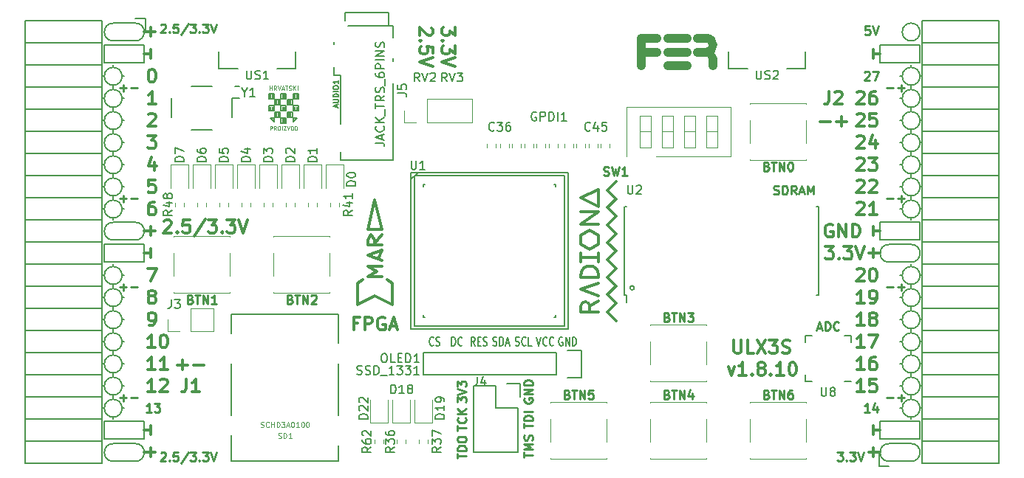
<source format=gto>
G04 #@! TF.GenerationSoftware,KiCad,Pcbnew,5.0.0-rc2+dfsg1-2*
G04 #@! TF.CreationDate,2018-06-08T19:59:37+02:00*
G04 #@! TF.ProjectId,ulx3s,756C7833732E6B696361645F70636200,rev?*
G04 #@! TF.SameCoordinates,Original*
G04 #@! TF.FileFunction,Legend,Top*
G04 #@! TF.FilePolarity,Positive*
%FSLAX46Y46*%
G04 Gerber Fmt 4.6, Leading zero omitted, Abs format (unit mm)*
G04 Created by KiCad (PCBNEW 5.0.0-rc2+dfsg1-2) date Fri Jun  8 19:59:37 2018*
%MOMM*%
%LPD*%
G01*
G04 APERTURE LIST*
%ADD10C,0.300000*%
%ADD11C,0.200000*%
%ADD12C,0.250000*%
%ADD13C,1.000000*%
%ADD14C,0.150000*%
%ADD15C,0.120000*%
%ADD16C,0.152400*%
%ADD17C,0.124460*%
%ADD18C,0.075000*%
G04 APERTURE END LIST*
D10*
X134560428Y-62144714D02*
X134560428Y-63073285D01*
X133989000Y-62573285D01*
X133989000Y-62787571D01*
X133917571Y-62930428D01*
X133846142Y-63001857D01*
X133703285Y-63073285D01*
X133346142Y-63073285D01*
X133203285Y-63001857D01*
X133131857Y-62930428D01*
X133060428Y-62787571D01*
X133060428Y-62359000D01*
X133131857Y-62216142D01*
X133203285Y-62144714D01*
X133203285Y-63716142D02*
X133131857Y-63787571D01*
X133060428Y-63716142D01*
X133131857Y-63644714D01*
X133203285Y-63716142D01*
X133060428Y-63716142D01*
X134560428Y-64287571D02*
X134560428Y-65216142D01*
X133989000Y-64716142D01*
X133989000Y-64930428D01*
X133917571Y-65073285D01*
X133846142Y-65144714D01*
X133703285Y-65216142D01*
X133346142Y-65216142D01*
X133203285Y-65144714D01*
X133131857Y-65073285D01*
X133060428Y-64930428D01*
X133060428Y-64501857D01*
X133131857Y-64359000D01*
X133203285Y-64287571D01*
X134560428Y-65644714D02*
X133060428Y-66144714D01*
X134560428Y-66644714D01*
X131877571Y-62216142D02*
X131949000Y-62287571D01*
X132020428Y-62430428D01*
X132020428Y-62787571D01*
X131949000Y-62930428D01*
X131877571Y-63001857D01*
X131734714Y-63073285D01*
X131591857Y-63073285D01*
X131377571Y-63001857D01*
X130520428Y-62144714D01*
X130520428Y-63073285D01*
X130663285Y-63716142D02*
X130591857Y-63787571D01*
X130520428Y-63716142D01*
X130591857Y-63644714D01*
X130663285Y-63716142D01*
X130520428Y-63716142D01*
X132020428Y-65144714D02*
X132020428Y-64430428D01*
X131306142Y-64359000D01*
X131377571Y-64430428D01*
X131449000Y-64573285D01*
X131449000Y-64930428D01*
X131377571Y-65073285D01*
X131306142Y-65144714D01*
X131163285Y-65216142D01*
X130806142Y-65216142D01*
X130663285Y-65144714D01*
X130591857Y-65073285D01*
X130520428Y-64930428D01*
X130520428Y-64573285D01*
X130591857Y-64430428D01*
X130663285Y-64359000D01*
X132020428Y-65644714D02*
X130520428Y-66144714D01*
X132020428Y-66644714D01*
X102760000Y-100897142D02*
X103902857Y-100897142D01*
X103331428Y-101468571D02*
X103331428Y-100325714D01*
X104617142Y-100897142D02*
X105760000Y-100897142D01*
X165878428Y-101121571D02*
X166235571Y-102121571D01*
X166592714Y-101121571D01*
X167949857Y-102121571D02*
X167092714Y-102121571D01*
X167521285Y-102121571D02*
X167521285Y-100621571D01*
X167378428Y-100835857D01*
X167235571Y-100978714D01*
X167092714Y-101050142D01*
X168592714Y-101978714D02*
X168664142Y-102050142D01*
X168592714Y-102121571D01*
X168521285Y-102050142D01*
X168592714Y-101978714D01*
X168592714Y-102121571D01*
X169521285Y-101264428D02*
X169378428Y-101193000D01*
X169307000Y-101121571D01*
X169235571Y-100978714D01*
X169235571Y-100907285D01*
X169307000Y-100764428D01*
X169378428Y-100693000D01*
X169521285Y-100621571D01*
X169807000Y-100621571D01*
X169949857Y-100693000D01*
X170021285Y-100764428D01*
X170092714Y-100907285D01*
X170092714Y-100978714D01*
X170021285Y-101121571D01*
X169949857Y-101193000D01*
X169807000Y-101264428D01*
X169521285Y-101264428D01*
X169378428Y-101335857D01*
X169307000Y-101407285D01*
X169235571Y-101550142D01*
X169235571Y-101835857D01*
X169307000Y-101978714D01*
X169378428Y-102050142D01*
X169521285Y-102121571D01*
X169807000Y-102121571D01*
X169949857Y-102050142D01*
X170021285Y-101978714D01*
X170092714Y-101835857D01*
X170092714Y-101550142D01*
X170021285Y-101407285D01*
X169949857Y-101335857D01*
X169807000Y-101264428D01*
X170735571Y-101978714D02*
X170807000Y-102050142D01*
X170735571Y-102121571D01*
X170664142Y-102050142D01*
X170735571Y-101978714D01*
X170735571Y-102121571D01*
X172235571Y-102121571D02*
X171378428Y-102121571D01*
X171807000Y-102121571D02*
X171807000Y-100621571D01*
X171664142Y-100835857D01*
X171521285Y-100978714D01*
X171378428Y-101050142D01*
X173164142Y-100621571D02*
X173307000Y-100621571D01*
X173449857Y-100693000D01*
X173521285Y-100764428D01*
X173592714Y-100907285D01*
X173664142Y-101193000D01*
X173664142Y-101550142D01*
X173592714Y-101835857D01*
X173521285Y-101978714D01*
X173449857Y-102050142D01*
X173307000Y-102121571D01*
X173164142Y-102121571D01*
X173021285Y-102050142D01*
X172949857Y-101978714D01*
X172878428Y-101835857D01*
X172807000Y-101550142D01*
X172807000Y-101193000D01*
X172878428Y-100907285D01*
X172949857Y-100764428D01*
X173021285Y-100693000D01*
X173164142Y-100621571D01*
X182492000Y-87582000D02*
X182492000Y-88598000D01*
X181984000Y-88090000D02*
X183254000Y-88090000D01*
X182492000Y-110442000D02*
X182492000Y-111458000D01*
X183254000Y-110950000D02*
X181984000Y-110950000D01*
X99688000Y-110442000D02*
X99688000Y-111458000D01*
X98926000Y-110950000D02*
X100196000Y-110950000D01*
X99688000Y-62182000D02*
X99688000Y-63198000D01*
X98926000Y-62690000D02*
X100196000Y-62690000D01*
X99688000Y-85042000D02*
X99688000Y-86058000D01*
X98926000Y-85550000D02*
X100196000Y-85550000D01*
D11*
X97910000Y-63706000D02*
G75*
G03X97910000Y-61674000I0J1016000D01*
G01*
X184270000Y-109934000D02*
G75*
G03X184270000Y-111966000I0J-1016000D01*
G01*
X95370000Y-111966000D02*
X97910000Y-111966000D01*
X95370000Y-109934000D02*
X97910000Y-109934000D01*
X97910000Y-111966000D02*
G75*
G03X97910000Y-109934000I0J1016000D01*
G01*
X95370000Y-109934000D02*
G75*
G03X95370000Y-111966000I0J-1016000D01*
G01*
X95370000Y-61674000D02*
X97910000Y-61674000D01*
X95370000Y-63706000D02*
X97910000Y-63706000D01*
X95370000Y-61674000D02*
G75*
G03X95370000Y-63706000I0J-1016000D01*
G01*
X95370000Y-84534000D02*
X97910000Y-84534000D01*
X95370000Y-86566000D02*
X97910000Y-86566000D01*
X95370000Y-84534000D02*
G75*
G03X95370000Y-86566000I0J-1016000D01*
G01*
X97910000Y-86566000D02*
G75*
G03X97910000Y-84534000I0J1016000D01*
G01*
X187826000Y-62690000D02*
G75*
G03X187826000Y-62690000I-1016000J0D01*
G01*
X184270000Y-89106000D02*
X186810000Y-89106000D01*
X184270000Y-87074000D02*
X186810000Y-87074000D01*
X184270000Y-87074000D02*
G75*
G03X184270000Y-89106000I0J-1016000D01*
G01*
X186810000Y-89106000D02*
G75*
G03X186810000Y-87074000I0J1016000D01*
G01*
X186810000Y-111966000D02*
X184270000Y-111966000D01*
X186810000Y-109934000D02*
X184270000Y-109934000D01*
X186810000Y-111966000D02*
G75*
G03X186810000Y-109934000I0J1016000D01*
G01*
X94354000Y-66246000D02*
X94354000Y-64214000D01*
X98926000Y-66246000D02*
X94354000Y-66246000D01*
X98926000Y-64214000D02*
X98926000Y-66246000D01*
X94354000Y-64214000D02*
X98926000Y-64214000D01*
X94354000Y-87074000D02*
X98926000Y-87074000D01*
X94354000Y-89106000D02*
X94354000Y-87074000D01*
X98926000Y-89106000D02*
X94354000Y-89106000D01*
X98926000Y-87074000D02*
X98926000Y-89106000D01*
X94354000Y-109426000D02*
X98926000Y-109426000D01*
X94354000Y-107394000D02*
X94354000Y-109426000D01*
X98926000Y-107394000D02*
X94354000Y-107394000D01*
X98926000Y-109426000D02*
X98926000Y-107394000D01*
X183254000Y-109426000D02*
X187826000Y-109426000D01*
X183254000Y-107394000D02*
X183254000Y-109426000D01*
X187826000Y-107394000D02*
X187826000Y-109426000D01*
X183254000Y-107394000D02*
X187826000Y-107394000D01*
X183254000Y-66246000D02*
X187826000Y-66246000D01*
X183254000Y-64214000D02*
X183254000Y-66246000D01*
X187826000Y-64214000D02*
X183254000Y-64214000D01*
X187826000Y-66246000D02*
X187826000Y-64214000D01*
X183254000Y-84534000D02*
X187826000Y-84534000D01*
X183254000Y-86566000D02*
X183254000Y-84534000D01*
X187826000Y-86566000D02*
X183254000Y-86566000D01*
X187826000Y-84534000D02*
X187826000Y-86566000D01*
D12*
X96148000Y-69111428D02*
X96909904Y-69111428D01*
X96528952Y-69492380D02*
X96528952Y-68730476D01*
X97386095Y-69111428D02*
X98148000Y-69111428D01*
X96148000Y-81811428D02*
X96909904Y-81811428D01*
X96528952Y-82192380D02*
X96528952Y-81430476D01*
X97386095Y-81811428D02*
X98148000Y-81811428D01*
X96148000Y-91971428D02*
X96909904Y-91971428D01*
X96528952Y-92352380D02*
X96528952Y-91590476D01*
X97386095Y-91971428D02*
X98148000Y-91971428D01*
X96148000Y-104671428D02*
X96909904Y-104671428D01*
X96528952Y-105052380D02*
X96528952Y-104290476D01*
X97386095Y-104671428D02*
X98148000Y-104671428D01*
X184032000Y-104671428D02*
X184793904Y-104671428D01*
X185270095Y-104671428D02*
X186032000Y-104671428D01*
X185651047Y-105052380D02*
X185651047Y-104290476D01*
X184032000Y-91971428D02*
X184793904Y-91971428D01*
X185270095Y-91971428D02*
X186032000Y-91971428D01*
X185651047Y-92352380D02*
X185651047Y-91590476D01*
X184032000Y-81811428D02*
X184793904Y-81811428D01*
X185270095Y-81811428D02*
X186032000Y-81811428D01*
X185651047Y-82192380D02*
X185651047Y-81430476D01*
X184032000Y-69111428D02*
X184793904Y-69111428D01*
X185270095Y-69111428D02*
X186032000Y-69111428D01*
X185651047Y-69492380D02*
X185651047Y-68730476D01*
D10*
X176420000Y-72957142D02*
X177562857Y-72957142D01*
X178277142Y-72957142D02*
X179420000Y-72957142D01*
X178848571Y-73528571D02*
X178848571Y-72385714D01*
D11*
X187826000Y-67770000D02*
G75*
G03X187826000Y-67770000I-1016000J0D01*
G01*
X187826000Y-70310000D02*
G75*
G03X187826000Y-70310000I-1016000J0D01*
G01*
X187826000Y-72850000D02*
G75*
G03X187826000Y-72850000I-1016000J0D01*
G01*
X187826000Y-75390000D02*
G75*
G03X187826000Y-75390000I-1016000J0D01*
G01*
X187826000Y-77930000D02*
G75*
G03X187826000Y-77930000I-1016000J0D01*
G01*
X187826000Y-80470000D02*
G75*
G03X187826000Y-80470000I-1016000J0D01*
G01*
X187826000Y-83010000D02*
G75*
G03X187826000Y-83010000I-1016000J0D01*
G01*
X187826000Y-90630000D02*
G75*
G03X187826000Y-90630000I-1016000J0D01*
G01*
X187826000Y-93170000D02*
G75*
G03X187826000Y-93170000I-1016000J0D01*
G01*
X187826000Y-95710000D02*
G75*
G03X187826000Y-95710000I-1016000J0D01*
G01*
X187826000Y-98250000D02*
G75*
G03X187826000Y-98250000I-1016000J0D01*
G01*
X187826000Y-100790000D02*
G75*
G03X187826000Y-100790000I-1016000J0D01*
G01*
X187826000Y-103330000D02*
G75*
G03X187826000Y-103330000I-1016000J0D01*
G01*
X187826000Y-105870000D02*
G75*
G03X187826000Y-105870000I-1016000J0D01*
G01*
X96386000Y-105870000D02*
G75*
G03X96386000Y-105870000I-1016000J0D01*
G01*
X96386000Y-103330000D02*
G75*
G03X96386000Y-103330000I-1016000J0D01*
G01*
X96386000Y-100790000D02*
G75*
G03X96386000Y-100790000I-1016000J0D01*
G01*
X96386000Y-98250000D02*
G75*
G03X96386000Y-98250000I-1016000J0D01*
G01*
X96386000Y-95710000D02*
G75*
G03X96386000Y-95710000I-1016000J0D01*
G01*
X96386000Y-93170000D02*
G75*
G03X96386000Y-93170000I-1016000J0D01*
G01*
X96386000Y-90630000D02*
G75*
G03X96386000Y-90630000I-1016000J0D01*
G01*
X96386000Y-83010000D02*
G75*
G03X96386000Y-83010000I-1016000J0D01*
G01*
X96386000Y-80470000D02*
G75*
G03X96386000Y-80470000I-1016000J0D01*
G01*
X96386000Y-77930000D02*
G75*
G03X96386000Y-77930000I-1016000J0D01*
G01*
X96386000Y-75390000D02*
G75*
G03X96386000Y-75390000I-1016000J0D01*
G01*
X96386000Y-72850000D02*
G75*
G03X96386000Y-72850000I-1016000J0D01*
G01*
X96386000Y-70310000D02*
G75*
G03X96386000Y-70310000I-1016000J0D01*
G01*
X96386000Y-67770000D02*
G75*
G03X96386000Y-67770000I-1016000J0D01*
G01*
D10*
X177793142Y-84800000D02*
X177650285Y-84728571D01*
X177436000Y-84728571D01*
X177221714Y-84800000D01*
X177078857Y-84942857D01*
X177007428Y-85085714D01*
X176936000Y-85371428D01*
X176936000Y-85585714D01*
X177007428Y-85871428D01*
X177078857Y-86014285D01*
X177221714Y-86157142D01*
X177436000Y-86228571D01*
X177578857Y-86228571D01*
X177793142Y-86157142D01*
X177864571Y-86085714D01*
X177864571Y-85585714D01*
X177578857Y-85585714D01*
X178507428Y-86228571D02*
X178507428Y-84728571D01*
X179364571Y-86228571D01*
X179364571Y-84728571D01*
X180078857Y-86228571D02*
X180078857Y-84728571D01*
X180436000Y-84728571D01*
X180650285Y-84800000D01*
X180793142Y-84942857D01*
X180864571Y-85085714D01*
X180936000Y-85371428D01*
X180936000Y-85585714D01*
X180864571Y-85871428D01*
X180793142Y-86014285D01*
X180650285Y-86157142D01*
X180436000Y-86228571D01*
X180078857Y-86228571D01*
X182492000Y-86058000D02*
X182492000Y-85042000D01*
X183254000Y-85550000D02*
X182492000Y-85550000D01*
X182492000Y-107902000D02*
X182492000Y-108918000D01*
X182492000Y-108410000D02*
X183254000Y-108410000D01*
D12*
X182047523Y-106322380D02*
X181476095Y-106322380D01*
X181761809Y-106322380D02*
X181761809Y-105322380D01*
X181666571Y-105465238D01*
X181571333Y-105560476D01*
X181476095Y-105608095D01*
X182904666Y-105655714D02*
X182904666Y-106322380D01*
X182666571Y-105274761D02*
X182428476Y-105989047D01*
X183047523Y-105989047D01*
X181476095Y-67317619D02*
X181523714Y-67270000D01*
X181618952Y-67222380D01*
X181857047Y-67222380D01*
X181952285Y-67270000D01*
X181999904Y-67317619D01*
X182047523Y-67412857D01*
X182047523Y-67508095D01*
X181999904Y-67650952D01*
X181428476Y-68222380D01*
X182047523Y-68222380D01*
X182380857Y-67222380D02*
X183047523Y-67222380D01*
X182618952Y-68222380D01*
D10*
X182492000Y-64722000D02*
X182492000Y-65738000D01*
X182492000Y-65230000D02*
X183254000Y-65230000D01*
X99688000Y-107902000D02*
X99688000Y-108918000D01*
X98926000Y-108410000D02*
X99688000Y-108410000D01*
X99315000Y-74568571D02*
X100243571Y-74568571D01*
X99743571Y-75140000D01*
X99957857Y-75140000D01*
X100100714Y-75211428D01*
X100172142Y-75282857D01*
X100243571Y-75425714D01*
X100243571Y-75782857D01*
X100172142Y-75925714D01*
X100100714Y-75997142D01*
X99957857Y-76068571D01*
X99529285Y-76068571D01*
X99386428Y-75997142D01*
X99315000Y-75925714D01*
X100100714Y-77608571D02*
X100100714Y-78608571D01*
X99743571Y-77037142D02*
X99386428Y-78108571D01*
X100315000Y-78108571D01*
X100172142Y-79648571D02*
X99457857Y-79648571D01*
X99386428Y-80362857D01*
X99457857Y-80291428D01*
X99600714Y-80220000D01*
X99957857Y-80220000D01*
X100100714Y-80291428D01*
X100172142Y-80362857D01*
X100243571Y-80505714D01*
X100243571Y-80862857D01*
X100172142Y-81005714D01*
X100100714Y-81077142D01*
X99957857Y-81148571D01*
X99600714Y-81148571D01*
X99457857Y-81077142D01*
X99386428Y-81005714D01*
D12*
X99751523Y-106322380D02*
X99180095Y-106322380D01*
X99465809Y-106322380D02*
X99465809Y-105322380D01*
X99370571Y-105465238D01*
X99275333Y-105560476D01*
X99180095Y-105608095D01*
X100084857Y-105322380D02*
X100703904Y-105322380D01*
X100370571Y-105703333D01*
X100513428Y-105703333D01*
X100608666Y-105750952D01*
X100656285Y-105798571D01*
X100703904Y-105893809D01*
X100703904Y-106131904D01*
X100656285Y-106227142D01*
X100608666Y-106274761D01*
X100513428Y-106322380D01*
X100227714Y-106322380D01*
X100132476Y-106274761D01*
X100084857Y-106227142D01*
D10*
X99315000Y-89808571D02*
X100315000Y-89808571D01*
X99672142Y-91308571D01*
X99688000Y-87582000D02*
X99688000Y-88598000D01*
X98926000Y-88090000D02*
X99688000Y-88090000D01*
X99688000Y-64722000D02*
X99688000Y-65738000D01*
X98926000Y-65230000D02*
X99688000Y-65230000D01*
D12*
X100817976Y-61874619D02*
X100865595Y-61827000D01*
X100960833Y-61779380D01*
X101198928Y-61779380D01*
X101294166Y-61827000D01*
X101341785Y-61874619D01*
X101389404Y-61969857D01*
X101389404Y-62065095D01*
X101341785Y-62207952D01*
X100770357Y-62779380D01*
X101389404Y-62779380D01*
X101817976Y-62684142D02*
X101865595Y-62731761D01*
X101817976Y-62779380D01*
X101770357Y-62731761D01*
X101817976Y-62684142D01*
X101817976Y-62779380D01*
X102770357Y-61779380D02*
X102294166Y-61779380D01*
X102246547Y-62255571D01*
X102294166Y-62207952D01*
X102389404Y-62160333D01*
X102627500Y-62160333D01*
X102722738Y-62207952D01*
X102770357Y-62255571D01*
X102817976Y-62350809D01*
X102817976Y-62588904D01*
X102770357Y-62684142D01*
X102722738Y-62731761D01*
X102627500Y-62779380D01*
X102389404Y-62779380D01*
X102294166Y-62731761D01*
X102246547Y-62684142D01*
X103960833Y-61731761D02*
X103103690Y-63017476D01*
X104198928Y-61779380D02*
X104817976Y-61779380D01*
X104484642Y-62160333D01*
X104627500Y-62160333D01*
X104722738Y-62207952D01*
X104770357Y-62255571D01*
X104817976Y-62350809D01*
X104817976Y-62588904D01*
X104770357Y-62684142D01*
X104722738Y-62731761D01*
X104627500Y-62779380D01*
X104341785Y-62779380D01*
X104246547Y-62731761D01*
X104198928Y-62684142D01*
X105246547Y-62684142D02*
X105294166Y-62731761D01*
X105246547Y-62779380D01*
X105198928Y-62731761D01*
X105246547Y-62684142D01*
X105246547Y-62779380D01*
X105627500Y-61779380D02*
X106246547Y-61779380D01*
X105913214Y-62160333D01*
X106056071Y-62160333D01*
X106151309Y-62207952D01*
X106198928Y-62255571D01*
X106246547Y-62350809D01*
X106246547Y-62588904D01*
X106198928Y-62684142D01*
X106151309Y-62731761D01*
X106056071Y-62779380D01*
X105770357Y-62779380D01*
X105675119Y-62731761D01*
X105627500Y-62684142D01*
X106532261Y-61779380D02*
X106865595Y-62779380D01*
X107198928Y-61779380D01*
X178360261Y-110910380D02*
X178979309Y-110910380D01*
X178645976Y-111291333D01*
X178788833Y-111291333D01*
X178884071Y-111338952D01*
X178931690Y-111386571D01*
X178979309Y-111481809D01*
X178979309Y-111719904D01*
X178931690Y-111815142D01*
X178884071Y-111862761D01*
X178788833Y-111910380D01*
X178503119Y-111910380D01*
X178407880Y-111862761D01*
X178360261Y-111815142D01*
X179407880Y-111815142D02*
X179455500Y-111862761D01*
X179407880Y-111910380D01*
X179360261Y-111862761D01*
X179407880Y-111815142D01*
X179407880Y-111910380D01*
X179788833Y-110910380D02*
X180407880Y-110910380D01*
X180074547Y-111291333D01*
X180217404Y-111291333D01*
X180312642Y-111338952D01*
X180360261Y-111386571D01*
X180407880Y-111481809D01*
X180407880Y-111719904D01*
X180360261Y-111815142D01*
X180312642Y-111862761D01*
X180217404Y-111910380D01*
X179931690Y-111910380D01*
X179836452Y-111862761D01*
X179788833Y-111815142D01*
X180693595Y-110910380D02*
X181026928Y-111910380D01*
X181360261Y-110910380D01*
D10*
X101199714Y-84381428D02*
X101271142Y-84310000D01*
X101414000Y-84238571D01*
X101771142Y-84238571D01*
X101914000Y-84310000D01*
X101985428Y-84381428D01*
X102056857Y-84524285D01*
X102056857Y-84667142D01*
X101985428Y-84881428D01*
X101128285Y-85738571D01*
X102056857Y-85738571D01*
X102699714Y-85595714D02*
X102771142Y-85667142D01*
X102699714Y-85738571D01*
X102628285Y-85667142D01*
X102699714Y-85595714D01*
X102699714Y-85738571D01*
X104128285Y-84238571D02*
X103414000Y-84238571D01*
X103342571Y-84952857D01*
X103414000Y-84881428D01*
X103556857Y-84810000D01*
X103914000Y-84810000D01*
X104056857Y-84881428D01*
X104128285Y-84952857D01*
X104199714Y-85095714D01*
X104199714Y-85452857D01*
X104128285Y-85595714D01*
X104056857Y-85667142D01*
X103914000Y-85738571D01*
X103556857Y-85738571D01*
X103414000Y-85667142D01*
X103342571Y-85595714D01*
X105914000Y-84167142D02*
X104628285Y-86095714D01*
X106271142Y-84238571D02*
X107199714Y-84238571D01*
X106699714Y-84810000D01*
X106914000Y-84810000D01*
X107056857Y-84881428D01*
X107128285Y-84952857D01*
X107199714Y-85095714D01*
X107199714Y-85452857D01*
X107128285Y-85595714D01*
X107056857Y-85667142D01*
X106914000Y-85738571D01*
X106485428Y-85738571D01*
X106342571Y-85667142D01*
X106271142Y-85595714D01*
X107842571Y-85595714D02*
X107914000Y-85667142D01*
X107842571Y-85738571D01*
X107771142Y-85667142D01*
X107842571Y-85595714D01*
X107842571Y-85738571D01*
X108414000Y-84238571D02*
X109342571Y-84238571D01*
X108842571Y-84810000D01*
X109056857Y-84810000D01*
X109199714Y-84881428D01*
X109271142Y-84952857D01*
X109342571Y-85095714D01*
X109342571Y-85452857D01*
X109271142Y-85595714D01*
X109199714Y-85667142D01*
X109056857Y-85738571D01*
X108628285Y-85738571D01*
X108485428Y-85667142D01*
X108414000Y-85595714D01*
X109771142Y-84238571D02*
X110271142Y-85738571D01*
X110771142Y-84238571D01*
D12*
X100817976Y-111023619D02*
X100865595Y-110976000D01*
X100960833Y-110928380D01*
X101198928Y-110928380D01*
X101294166Y-110976000D01*
X101341785Y-111023619D01*
X101389404Y-111118857D01*
X101389404Y-111214095D01*
X101341785Y-111356952D01*
X100770357Y-111928380D01*
X101389404Y-111928380D01*
X101817976Y-111833142D02*
X101865595Y-111880761D01*
X101817976Y-111928380D01*
X101770357Y-111880761D01*
X101817976Y-111833142D01*
X101817976Y-111928380D01*
X102770357Y-110928380D02*
X102294166Y-110928380D01*
X102246547Y-111404571D01*
X102294166Y-111356952D01*
X102389404Y-111309333D01*
X102627500Y-111309333D01*
X102722738Y-111356952D01*
X102770357Y-111404571D01*
X102817976Y-111499809D01*
X102817976Y-111737904D01*
X102770357Y-111833142D01*
X102722738Y-111880761D01*
X102627500Y-111928380D01*
X102389404Y-111928380D01*
X102294166Y-111880761D01*
X102246547Y-111833142D01*
X103960833Y-110880761D02*
X103103690Y-112166476D01*
X104198928Y-110928380D02*
X104817976Y-110928380D01*
X104484642Y-111309333D01*
X104627500Y-111309333D01*
X104722738Y-111356952D01*
X104770357Y-111404571D01*
X104817976Y-111499809D01*
X104817976Y-111737904D01*
X104770357Y-111833142D01*
X104722738Y-111880761D01*
X104627500Y-111928380D01*
X104341785Y-111928380D01*
X104246547Y-111880761D01*
X104198928Y-111833142D01*
X105246547Y-111833142D02*
X105294166Y-111880761D01*
X105246547Y-111928380D01*
X105198928Y-111880761D01*
X105246547Y-111833142D01*
X105246547Y-111928380D01*
X105627500Y-110928380D02*
X106246547Y-110928380D01*
X105913214Y-111309333D01*
X106056071Y-111309333D01*
X106151309Y-111356952D01*
X106198928Y-111404571D01*
X106246547Y-111499809D01*
X106246547Y-111737904D01*
X106198928Y-111833142D01*
X106151309Y-111880761D01*
X106056071Y-111928380D01*
X105770357Y-111928380D01*
X105675119Y-111880761D01*
X105627500Y-111833142D01*
X106532261Y-110928380D02*
X106865595Y-111928380D01*
X107198928Y-110928380D01*
X182047523Y-62015380D02*
X181571333Y-62015380D01*
X181523714Y-62491571D01*
X181571333Y-62443952D01*
X181666571Y-62396333D01*
X181904666Y-62396333D01*
X181999904Y-62443952D01*
X182047523Y-62491571D01*
X182095142Y-62586809D01*
X182095142Y-62824904D01*
X182047523Y-62920142D01*
X181999904Y-62967761D01*
X181904666Y-63015380D01*
X181666571Y-63015380D01*
X181571333Y-62967761D01*
X181523714Y-62920142D01*
X182380857Y-62015380D02*
X182714190Y-63015380D01*
X183047523Y-62015380D01*
D10*
X180587142Y-69631428D02*
X180658571Y-69560000D01*
X180801428Y-69488571D01*
X181158571Y-69488571D01*
X181301428Y-69560000D01*
X181372857Y-69631428D01*
X181444285Y-69774285D01*
X181444285Y-69917142D01*
X181372857Y-70131428D01*
X180515714Y-70988571D01*
X181444285Y-70988571D01*
X182730000Y-69488571D02*
X182444285Y-69488571D01*
X182301428Y-69560000D01*
X182230000Y-69631428D01*
X182087142Y-69845714D01*
X182015714Y-70131428D01*
X182015714Y-70702857D01*
X182087142Y-70845714D01*
X182158571Y-70917142D01*
X182301428Y-70988571D01*
X182587142Y-70988571D01*
X182730000Y-70917142D01*
X182801428Y-70845714D01*
X182872857Y-70702857D01*
X182872857Y-70345714D01*
X182801428Y-70202857D01*
X182730000Y-70131428D01*
X182587142Y-70060000D01*
X182301428Y-70060000D01*
X182158571Y-70131428D01*
X182087142Y-70202857D01*
X182015714Y-70345714D01*
X180587142Y-72171428D02*
X180658571Y-72100000D01*
X180801428Y-72028571D01*
X181158571Y-72028571D01*
X181301428Y-72100000D01*
X181372857Y-72171428D01*
X181444285Y-72314285D01*
X181444285Y-72457142D01*
X181372857Y-72671428D01*
X180515714Y-73528571D01*
X181444285Y-73528571D01*
X182801428Y-72028571D02*
X182087142Y-72028571D01*
X182015714Y-72742857D01*
X182087142Y-72671428D01*
X182230000Y-72600000D01*
X182587142Y-72600000D01*
X182730000Y-72671428D01*
X182801428Y-72742857D01*
X182872857Y-72885714D01*
X182872857Y-73242857D01*
X182801428Y-73385714D01*
X182730000Y-73457142D01*
X182587142Y-73528571D01*
X182230000Y-73528571D01*
X182087142Y-73457142D01*
X182015714Y-73385714D01*
X180587142Y-74711428D02*
X180658571Y-74640000D01*
X180801428Y-74568571D01*
X181158571Y-74568571D01*
X181301428Y-74640000D01*
X181372857Y-74711428D01*
X181444285Y-74854285D01*
X181444285Y-74997142D01*
X181372857Y-75211428D01*
X180515714Y-76068571D01*
X181444285Y-76068571D01*
X182730000Y-75068571D02*
X182730000Y-76068571D01*
X182372857Y-74497142D02*
X182015714Y-75568571D01*
X182944285Y-75568571D01*
X180587142Y-77251428D02*
X180658571Y-77180000D01*
X180801428Y-77108571D01*
X181158571Y-77108571D01*
X181301428Y-77180000D01*
X181372857Y-77251428D01*
X181444285Y-77394285D01*
X181444285Y-77537142D01*
X181372857Y-77751428D01*
X180515714Y-78608571D01*
X181444285Y-78608571D01*
X181944285Y-77108571D02*
X182872857Y-77108571D01*
X182372857Y-77680000D01*
X182587142Y-77680000D01*
X182730000Y-77751428D01*
X182801428Y-77822857D01*
X182872857Y-77965714D01*
X182872857Y-78322857D01*
X182801428Y-78465714D01*
X182730000Y-78537142D01*
X182587142Y-78608571D01*
X182158571Y-78608571D01*
X182015714Y-78537142D01*
X181944285Y-78465714D01*
X180587142Y-79791428D02*
X180658571Y-79720000D01*
X180801428Y-79648571D01*
X181158571Y-79648571D01*
X181301428Y-79720000D01*
X181372857Y-79791428D01*
X181444285Y-79934285D01*
X181444285Y-80077142D01*
X181372857Y-80291428D01*
X180515714Y-81148571D01*
X181444285Y-81148571D01*
X182015714Y-79791428D02*
X182087142Y-79720000D01*
X182230000Y-79648571D01*
X182587142Y-79648571D01*
X182730000Y-79720000D01*
X182801428Y-79791428D01*
X182872857Y-79934285D01*
X182872857Y-80077142D01*
X182801428Y-80291428D01*
X181944285Y-81148571D01*
X182872857Y-81148571D01*
X180587142Y-82331428D02*
X180658571Y-82260000D01*
X180801428Y-82188571D01*
X181158571Y-82188571D01*
X181301428Y-82260000D01*
X181372857Y-82331428D01*
X181444285Y-82474285D01*
X181444285Y-82617142D01*
X181372857Y-82831428D01*
X180515714Y-83688571D01*
X181444285Y-83688571D01*
X182872857Y-83688571D02*
X182015714Y-83688571D01*
X182444285Y-83688571D02*
X182444285Y-82188571D01*
X182301428Y-82402857D01*
X182158571Y-82545714D01*
X182015714Y-82617142D01*
X176975714Y-87268571D02*
X177904285Y-87268571D01*
X177404285Y-87840000D01*
X177618571Y-87840000D01*
X177761428Y-87911428D01*
X177832857Y-87982857D01*
X177904285Y-88125714D01*
X177904285Y-88482857D01*
X177832857Y-88625714D01*
X177761428Y-88697142D01*
X177618571Y-88768571D01*
X177190000Y-88768571D01*
X177047142Y-88697142D01*
X176975714Y-88625714D01*
X178547142Y-88625714D02*
X178618571Y-88697142D01*
X178547142Y-88768571D01*
X178475714Y-88697142D01*
X178547142Y-88625714D01*
X178547142Y-88768571D01*
X179118571Y-87268571D02*
X180047142Y-87268571D01*
X179547142Y-87840000D01*
X179761428Y-87840000D01*
X179904285Y-87911428D01*
X179975714Y-87982857D01*
X180047142Y-88125714D01*
X180047142Y-88482857D01*
X179975714Y-88625714D01*
X179904285Y-88697142D01*
X179761428Y-88768571D01*
X179332857Y-88768571D01*
X179190000Y-88697142D01*
X179118571Y-88625714D01*
X180475714Y-87268571D02*
X180975714Y-88768571D01*
X181475714Y-87268571D01*
X180587142Y-89951428D02*
X180658571Y-89880000D01*
X180801428Y-89808571D01*
X181158571Y-89808571D01*
X181301428Y-89880000D01*
X181372857Y-89951428D01*
X181444285Y-90094285D01*
X181444285Y-90237142D01*
X181372857Y-90451428D01*
X180515714Y-91308571D01*
X181444285Y-91308571D01*
X182372857Y-89808571D02*
X182515714Y-89808571D01*
X182658571Y-89880000D01*
X182730000Y-89951428D01*
X182801428Y-90094285D01*
X182872857Y-90380000D01*
X182872857Y-90737142D01*
X182801428Y-91022857D01*
X182730000Y-91165714D01*
X182658571Y-91237142D01*
X182515714Y-91308571D01*
X182372857Y-91308571D01*
X182230000Y-91237142D01*
X182158571Y-91165714D01*
X182087142Y-91022857D01*
X182015714Y-90737142D01*
X182015714Y-90380000D01*
X182087142Y-90094285D01*
X182158571Y-89951428D01*
X182230000Y-89880000D01*
X182372857Y-89808571D01*
X181444285Y-93848571D02*
X180587142Y-93848571D01*
X181015714Y-93848571D02*
X181015714Y-92348571D01*
X180872857Y-92562857D01*
X180730000Y-92705714D01*
X180587142Y-92777142D01*
X182158571Y-93848571D02*
X182444285Y-93848571D01*
X182587142Y-93777142D01*
X182658571Y-93705714D01*
X182801428Y-93491428D01*
X182872857Y-93205714D01*
X182872857Y-92634285D01*
X182801428Y-92491428D01*
X182730000Y-92420000D01*
X182587142Y-92348571D01*
X182301428Y-92348571D01*
X182158571Y-92420000D01*
X182087142Y-92491428D01*
X182015714Y-92634285D01*
X182015714Y-92991428D01*
X182087142Y-93134285D01*
X182158571Y-93205714D01*
X182301428Y-93277142D01*
X182587142Y-93277142D01*
X182730000Y-93205714D01*
X182801428Y-93134285D01*
X182872857Y-92991428D01*
X181444285Y-96388571D02*
X180587142Y-96388571D01*
X181015714Y-96388571D02*
X181015714Y-94888571D01*
X180872857Y-95102857D01*
X180730000Y-95245714D01*
X180587142Y-95317142D01*
X182301428Y-95531428D02*
X182158571Y-95460000D01*
X182087142Y-95388571D01*
X182015714Y-95245714D01*
X182015714Y-95174285D01*
X182087142Y-95031428D01*
X182158571Y-94960000D01*
X182301428Y-94888571D01*
X182587142Y-94888571D01*
X182730000Y-94960000D01*
X182801428Y-95031428D01*
X182872857Y-95174285D01*
X182872857Y-95245714D01*
X182801428Y-95388571D01*
X182730000Y-95460000D01*
X182587142Y-95531428D01*
X182301428Y-95531428D01*
X182158571Y-95602857D01*
X182087142Y-95674285D01*
X182015714Y-95817142D01*
X182015714Y-96102857D01*
X182087142Y-96245714D01*
X182158571Y-96317142D01*
X182301428Y-96388571D01*
X182587142Y-96388571D01*
X182730000Y-96317142D01*
X182801428Y-96245714D01*
X182872857Y-96102857D01*
X182872857Y-95817142D01*
X182801428Y-95674285D01*
X182730000Y-95602857D01*
X182587142Y-95531428D01*
X181444285Y-98928571D02*
X180587142Y-98928571D01*
X181015714Y-98928571D02*
X181015714Y-97428571D01*
X180872857Y-97642857D01*
X180730000Y-97785714D01*
X180587142Y-97857142D01*
X181944285Y-97428571D02*
X182944285Y-97428571D01*
X182301428Y-98928571D01*
X181444285Y-101468571D02*
X180587142Y-101468571D01*
X181015714Y-101468571D02*
X181015714Y-99968571D01*
X180872857Y-100182857D01*
X180730000Y-100325714D01*
X180587142Y-100397142D01*
X182730000Y-99968571D02*
X182444285Y-99968571D01*
X182301428Y-100040000D01*
X182230000Y-100111428D01*
X182087142Y-100325714D01*
X182015714Y-100611428D01*
X182015714Y-101182857D01*
X182087142Y-101325714D01*
X182158571Y-101397142D01*
X182301428Y-101468571D01*
X182587142Y-101468571D01*
X182730000Y-101397142D01*
X182801428Y-101325714D01*
X182872857Y-101182857D01*
X182872857Y-100825714D01*
X182801428Y-100682857D01*
X182730000Y-100611428D01*
X182587142Y-100540000D01*
X182301428Y-100540000D01*
X182158571Y-100611428D01*
X182087142Y-100682857D01*
X182015714Y-100825714D01*
X181444285Y-104008571D02*
X180587142Y-104008571D01*
X181015714Y-104008571D02*
X181015714Y-102508571D01*
X180872857Y-102722857D01*
X180730000Y-102865714D01*
X180587142Y-102937142D01*
X182801428Y-102508571D02*
X182087142Y-102508571D01*
X182015714Y-103222857D01*
X182087142Y-103151428D01*
X182230000Y-103080000D01*
X182587142Y-103080000D01*
X182730000Y-103151428D01*
X182801428Y-103222857D01*
X182872857Y-103365714D01*
X182872857Y-103722857D01*
X182801428Y-103865714D01*
X182730000Y-103937142D01*
X182587142Y-104008571D01*
X182230000Y-104008571D01*
X182087142Y-103937142D01*
X182015714Y-103865714D01*
D11*
X186810000Y-66500000D02*
X186810000Y-66754000D01*
X187826000Y-67770000D02*
X188080000Y-67770000D01*
X185540000Y-67770000D02*
X185794000Y-67770000D01*
X186810000Y-69294000D02*
X186810000Y-68786000D01*
X187826000Y-70310000D02*
X188080000Y-70310000D01*
X185540000Y-70310000D02*
X185794000Y-70310000D01*
X186810000Y-71326000D02*
X186810000Y-71834000D01*
X187826000Y-72850000D02*
X188080000Y-72850000D01*
X185540000Y-72850000D02*
X185794000Y-72850000D01*
X186810000Y-73866000D02*
X186810000Y-74374000D01*
X187826000Y-75390000D02*
X188080000Y-75390000D01*
X185540000Y-75390000D02*
X185794000Y-75390000D01*
X186810000Y-76406000D02*
X186810000Y-76914000D01*
X187826000Y-77930000D02*
X188080000Y-77930000D01*
X185540000Y-77930000D02*
X185794000Y-77930000D01*
X186810000Y-79454000D02*
X186810000Y-78946000D01*
X187826000Y-80470000D02*
X188080000Y-80470000D01*
X185540000Y-80470000D02*
X185794000Y-80470000D01*
X186810000Y-81994000D02*
X186810000Y-81486000D01*
X187826000Y-83010000D02*
X188080000Y-83010000D01*
X185540000Y-83010000D02*
X185794000Y-83010000D01*
X186810000Y-84026000D02*
X186810000Y-84280000D01*
X186810000Y-89360000D02*
X186810000Y-89614000D01*
X187826000Y-90630000D02*
X188080000Y-90630000D01*
X185540000Y-90630000D02*
X185794000Y-90630000D01*
X186810000Y-91646000D02*
X186810000Y-92154000D01*
X187826000Y-93170000D02*
X188080000Y-93170000D01*
X185540000Y-93170000D02*
X185794000Y-93170000D01*
X186810000Y-94186000D02*
X186810000Y-94694000D01*
X187826000Y-95710000D02*
X188080000Y-95710000D01*
X185540000Y-95710000D02*
X185794000Y-95710000D01*
X186810000Y-97234000D02*
X186810000Y-96726000D01*
X187826000Y-98250000D02*
X188080000Y-98250000D01*
X185540000Y-98250000D02*
X185794000Y-98250000D01*
X187826000Y-100790000D02*
X188080000Y-100790000D01*
X185540000Y-100790000D02*
X185794000Y-100790000D01*
X186810000Y-99266000D02*
X186810000Y-99774000D01*
X186810000Y-102314000D02*
X186810000Y-101806000D01*
X187826000Y-103330000D02*
X188080000Y-103330000D01*
X185540000Y-103330000D02*
X185794000Y-103330000D01*
X186810000Y-104346000D02*
X186810000Y-104854000D01*
X185540000Y-105870000D02*
X185794000Y-105870000D01*
X187826000Y-105870000D02*
X188080000Y-105870000D01*
X186810000Y-106886000D02*
X186810000Y-107140000D01*
X95370000Y-66754000D02*
X95370000Y-66500000D01*
X96386000Y-67770000D02*
X96640000Y-67770000D01*
X94100000Y-67770000D02*
X94354000Y-67770000D01*
X95370000Y-68786000D02*
X95370000Y-69294000D01*
X96386000Y-70310000D02*
X96640000Y-70310000D01*
X94100000Y-70310000D02*
X94354000Y-70310000D01*
X95370000Y-71326000D02*
X95370000Y-71834000D01*
X96386000Y-72850000D02*
X96640000Y-72850000D01*
X94100000Y-72850000D02*
X94354000Y-72850000D01*
X95370000Y-73866000D02*
X95370000Y-74374000D01*
X96386000Y-75390000D02*
X96640000Y-75390000D01*
X95370000Y-76406000D02*
X95370000Y-76914000D01*
X96386000Y-77930000D02*
X96640000Y-77930000D01*
X94100000Y-77930000D02*
X94354000Y-77930000D01*
X95370000Y-79454000D02*
X95370000Y-78946000D01*
X96386000Y-80470000D02*
X96640000Y-80470000D01*
X94100000Y-80470000D02*
X94354000Y-80470000D01*
X95370000Y-81486000D02*
X95370000Y-81994000D01*
X96386000Y-83010000D02*
X96640000Y-83010000D01*
X95370000Y-84026000D02*
X95370000Y-84280000D01*
X94100000Y-83010000D02*
X94354000Y-83010000D01*
X95370000Y-106886000D02*
X95370000Y-107140000D01*
X95370000Y-89360000D02*
X95370000Y-89614000D01*
X96386000Y-93170000D02*
X96640000Y-93170000D01*
X94100000Y-93170000D02*
X94354000Y-93170000D01*
X95370000Y-94186000D02*
X95370000Y-94694000D01*
X94100000Y-90630000D02*
X94354000Y-90630000D01*
X96386000Y-90630000D02*
X96640000Y-90630000D01*
X95370000Y-92154000D02*
X95370000Y-91646000D01*
X96386000Y-95710000D02*
X96640000Y-95710000D01*
X94100000Y-95710000D02*
X94354000Y-95710000D01*
X96386000Y-98250000D02*
X96640000Y-98250000D01*
X94354000Y-98250000D02*
X94100000Y-98250000D01*
X95370000Y-96726000D02*
X95370000Y-97234000D01*
X95370000Y-99266000D02*
X95370000Y-99774000D01*
X94100000Y-100790000D02*
X94354000Y-100790000D01*
X96386000Y-100790000D02*
X96640000Y-100790000D01*
X94100000Y-103330000D02*
X94354000Y-103330000D01*
X96386000Y-103330000D02*
X96640000Y-103330000D01*
X95370000Y-101806000D02*
X95370000Y-102314000D01*
X95370000Y-104346000D02*
X95370000Y-104854000D01*
X96386000Y-105870000D02*
X96640000Y-105870000D01*
X94100000Y-105870000D02*
X94354000Y-105870000D01*
D10*
X100164285Y-104008571D02*
X99307142Y-104008571D01*
X99735714Y-104008571D02*
X99735714Y-102508571D01*
X99592857Y-102722857D01*
X99450000Y-102865714D01*
X99307142Y-102937142D01*
X100735714Y-102651428D02*
X100807142Y-102580000D01*
X100950000Y-102508571D01*
X101307142Y-102508571D01*
X101450000Y-102580000D01*
X101521428Y-102651428D01*
X101592857Y-102794285D01*
X101592857Y-102937142D01*
X101521428Y-103151428D01*
X100664285Y-104008571D01*
X101592857Y-104008571D01*
X100164285Y-101468571D02*
X99307142Y-101468571D01*
X99735714Y-101468571D02*
X99735714Y-99968571D01*
X99592857Y-100182857D01*
X99450000Y-100325714D01*
X99307142Y-100397142D01*
X101592857Y-101468571D02*
X100735714Y-101468571D01*
X101164285Y-101468571D02*
X101164285Y-99968571D01*
X101021428Y-100182857D01*
X100878571Y-100325714D01*
X100735714Y-100397142D01*
X100164285Y-98928571D02*
X99307142Y-98928571D01*
X99735714Y-98928571D02*
X99735714Y-97428571D01*
X99592857Y-97642857D01*
X99450000Y-97785714D01*
X99307142Y-97857142D01*
X101092857Y-97428571D02*
X101235714Y-97428571D01*
X101378571Y-97500000D01*
X101450000Y-97571428D01*
X101521428Y-97714285D01*
X101592857Y-98000000D01*
X101592857Y-98357142D01*
X101521428Y-98642857D01*
X101450000Y-98785714D01*
X101378571Y-98857142D01*
X101235714Y-98928571D01*
X101092857Y-98928571D01*
X100950000Y-98857142D01*
X100878571Y-98785714D01*
X100807142Y-98642857D01*
X100735714Y-98357142D01*
X100735714Y-98000000D01*
X100807142Y-97714285D01*
X100878571Y-97571428D01*
X100950000Y-97500000D01*
X101092857Y-97428571D01*
X99529285Y-96388571D02*
X99815000Y-96388571D01*
X99957857Y-96317142D01*
X100029285Y-96245714D01*
X100172142Y-96031428D01*
X100243571Y-95745714D01*
X100243571Y-95174285D01*
X100172142Y-95031428D01*
X100100714Y-94960000D01*
X99957857Y-94888571D01*
X99672142Y-94888571D01*
X99529285Y-94960000D01*
X99457857Y-95031428D01*
X99386428Y-95174285D01*
X99386428Y-95531428D01*
X99457857Y-95674285D01*
X99529285Y-95745714D01*
X99672142Y-95817142D01*
X99957857Y-95817142D01*
X100100714Y-95745714D01*
X100172142Y-95674285D01*
X100243571Y-95531428D01*
X99672142Y-92991428D02*
X99529285Y-92920000D01*
X99457857Y-92848571D01*
X99386428Y-92705714D01*
X99386428Y-92634285D01*
X99457857Y-92491428D01*
X99529285Y-92420000D01*
X99672142Y-92348571D01*
X99957857Y-92348571D01*
X100100714Y-92420000D01*
X100172142Y-92491428D01*
X100243571Y-92634285D01*
X100243571Y-92705714D01*
X100172142Y-92848571D01*
X100100714Y-92920000D01*
X99957857Y-92991428D01*
X99672142Y-92991428D01*
X99529285Y-93062857D01*
X99457857Y-93134285D01*
X99386428Y-93277142D01*
X99386428Y-93562857D01*
X99457857Y-93705714D01*
X99529285Y-93777142D01*
X99672142Y-93848571D01*
X99957857Y-93848571D01*
X100100714Y-93777142D01*
X100172142Y-93705714D01*
X100243571Y-93562857D01*
X100243571Y-93277142D01*
X100172142Y-93134285D01*
X100100714Y-93062857D01*
X99957857Y-92991428D01*
X100100714Y-82188571D02*
X99815000Y-82188571D01*
X99672142Y-82260000D01*
X99600714Y-82331428D01*
X99457857Y-82545714D01*
X99386428Y-82831428D01*
X99386428Y-83402857D01*
X99457857Y-83545714D01*
X99529285Y-83617142D01*
X99672142Y-83688571D01*
X99957857Y-83688571D01*
X100100714Y-83617142D01*
X100172142Y-83545714D01*
X100243571Y-83402857D01*
X100243571Y-83045714D01*
X100172142Y-82902857D01*
X100100714Y-82831428D01*
X99957857Y-82760000D01*
X99672142Y-82760000D01*
X99529285Y-82831428D01*
X99457857Y-82902857D01*
X99386428Y-83045714D01*
X99386428Y-72171428D02*
X99457857Y-72100000D01*
X99600714Y-72028571D01*
X99957857Y-72028571D01*
X100100714Y-72100000D01*
X100172142Y-72171428D01*
X100243571Y-72314285D01*
X100243571Y-72457142D01*
X100172142Y-72671428D01*
X99315000Y-73528571D01*
X100243571Y-73528571D01*
X100243571Y-70988571D02*
X99386428Y-70988571D01*
X99815000Y-70988571D02*
X99815000Y-69488571D01*
X99672142Y-69702857D01*
X99529285Y-69845714D01*
X99386428Y-69917142D01*
X99743571Y-66948571D02*
X99886428Y-66948571D01*
X100029285Y-67020000D01*
X100100714Y-67091428D01*
X100172142Y-67234285D01*
X100243571Y-67520000D01*
X100243571Y-67877142D01*
X100172142Y-68162857D01*
X100100714Y-68305714D01*
X100029285Y-68377142D01*
X99886428Y-68448571D01*
X99743571Y-68448571D01*
X99600714Y-68377142D01*
X99529285Y-68305714D01*
X99457857Y-68162857D01*
X99386428Y-67877142D01*
X99386428Y-67520000D01*
X99457857Y-67234285D01*
X99529285Y-67091428D01*
X99600714Y-67020000D01*
X99743571Y-66948571D01*
X166501428Y-98081571D02*
X166501428Y-99295857D01*
X166572857Y-99438714D01*
X166644285Y-99510142D01*
X166787142Y-99581571D01*
X167072857Y-99581571D01*
X167215714Y-99510142D01*
X167287142Y-99438714D01*
X167358571Y-99295857D01*
X167358571Y-98081571D01*
X168787142Y-99581571D02*
X168072857Y-99581571D01*
X168072857Y-98081571D01*
X169144285Y-98081571D02*
X170144285Y-99581571D01*
X170144285Y-98081571D02*
X169144285Y-99581571D01*
X170572857Y-98081571D02*
X171501428Y-98081571D01*
X171001428Y-98653000D01*
X171215714Y-98653000D01*
X171358571Y-98724428D01*
X171430000Y-98795857D01*
X171501428Y-98938714D01*
X171501428Y-99295857D01*
X171430000Y-99438714D01*
X171358571Y-99510142D01*
X171215714Y-99581571D01*
X170787142Y-99581571D01*
X170644285Y-99510142D01*
X170572857Y-99438714D01*
X172072857Y-99510142D02*
X172287142Y-99581571D01*
X172644285Y-99581571D01*
X172787142Y-99510142D01*
X172858571Y-99438714D01*
X172930000Y-99295857D01*
X172930000Y-99153000D01*
X172858571Y-99010142D01*
X172787142Y-98938714D01*
X172644285Y-98867285D01*
X172358571Y-98795857D01*
X172215714Y-98724428D01*
X172144285Y-98653000D01*
X172072857Y-98510142D01*
X172072857Y-98367285D01*
X172144285Y-98224428D01*
X172215714Y-98153000D01*
X172358571Y-98081571D01*
X172715714Y-98081571D01*
X172930000Y-98153000D01*
X123413428Y-96110857D02*
X122913428Y-96110857D01*
X122913428Y-96896571D02*
X122913428Y-95396571D01*
X123627714Y-95396571D01*
X124199142Y-96896571D02*
X124199142Y-95396571D01*
X124770571Y-95396571D01*
X124913428Y-95468000D01*
X124984857Y-95539428D01*
X125056285Y-95682285D01*
X125056285Y-95896571D01*
X124984857Y-96039428D01*
X124913428Y-96110857D01*
X124770571Y-96182285D01*
X124199142Y-96182285D01*
X126484857Y-95468000D02*
X126342000Y-95396571D01*
X126127714Y-95396571D01*
X125913428Y-95468000D01*
X125770571Y-95610857D01*
X125699142Y-95753714D01*
X125627714Y-96039428D01*
X125627714Y-96253714D01*
X125699142Y-96539428D01*
X125770571Y-96682285D01*
X125913428Y-96825142D01*
X126127714Y-96896571D01*
X126270571Y-96896571D01*
X126484857Y-96825142D01*
X126556285Y-96753714D01*
X126556285Y-96253714D01*
X126270571Y-96253714D01*
X127127714Y-96468000D02*
X127842000Y-96468000D01*
X126984857Y-96896571D02*
X127484857Y-95396571D01*
X127984857Y-96896571D01*
D12*
X171077285Y-81273761D02*
X171220142Y-81321380D01*
X171458238Y-81321380D01*
X171553476Y-81273761D01*
X171601095Y-81226142D01*
X171648714Y-81130904D01*
X171648714Y-81035666D01*
X171601095Y-80940428D01*
X171553476Y-80892809D01*
X171458238Y-80845190D01*
X171267761Y-80797571D01*
X171172523Y-80749952D01*
X171124904Y-80702333D01*
X171077285Y-80607095D01*
X171077285Y-80511857D01*
X171124904Y-80416619D01*
X171172523Y-80369000D01*
X171267761Y-80321380D01*
X171505857Y-80321380D01*
X171648714Y-80369000D01*
X172077285Y-81321380D02*
X172077285Y-80321380D01*
X172315380Y-80321380D01*
X172458238Y-80369000D01*
X172553476Y-80464238D01*
X172601095Y-80559476D01*
X172648714Y-80749952D01*
X172648714Y-80892809D01*
X172601095Y-81083285D01*
X172553476Y-81178523D01*
X172458238Y-81273761D01*
X172315380Y-81321380D01*
X172077285Y-81321380D01*
X173648714Y-81321380D02*
X173315380Y-80845190D01*
X173077285Y-81321380D02*
X173077285Y-80321380D01*
X173458238Y-80321380D01*
X173553476Y-80369000D01*
X173601095Y-80416619D01*
X173648714Y-80511857D01*
X173648714Y-80654714D01*
X173601095Y-80749952D01*
X173553476Y-80797571D01*
X173458238Y-80845190D01*
X173077285Y-80845190D01*
X174029666Y-81035666D02*
X174505857Y-81035666D01*
X173934428Y-81321380D02*
X174267761Y-80321380D01*
X174601095Y-81321380D01*
X174934428Y-81321380D02*
X174934428Y-80321380D01*
X175267761Y-81035666D01*
X175601095Y-80321380D01*
X175601095Y-81321380D01*
X176061904Y-96656666D02*
X176538095Y-96656666D01*
X175966666Y-96942380D02*
X176300000Y-95942380D01*
X176633333Y-96942380D01*
X176966666Y-96942380D02*
X176966666Y-95942380D01*
X177204761Y-95942380D01*
X177347619Y-95990000D01*
X177442857Y-96085238D01*
X177490476Y-96180476D01*
X177538095Y-96370952D01*
X177538095Y-96513809D01*
X177490476Y-96704285D01*
X177442857Y-96799523D01*
X177347619Y-96894761D01*
X177204761Y-96942380D01*
X176966666Y-96942380D01*
X178538095Y-96847142D02*
X178490476Y-96894761D01*
X178347619Y-96942380D01*
X178252380Y-96942380D01*
X178109523Y-96894761D01*
X178014285Y-96799523D01*
X177966666Y-96704285D01*
X177919047Y-96513809D01*
X177919047Y-96370952D01*
X177966666Y-96180476D01*
X178014285Y-96085238D01*
X178109523Y-95990000D01*
X178252380Y-95942380D01*
X178347619Y-95942380D01*
X178490476Y-95990000D01*
X178538095Y-96037619D01*
X142447380Y-111521333D02*
X142447380Y-110949904D01*
X143447380Y-111235619D02*
X142447380Y-111235619D01*
X143447380Y-110616571D02*
X142447380Y-110616571D01*
X143161666Y-110283238D01*
X142447380Y-109949904D01*
X143447380Y-109949904D01*
X143399761Y-109521333D02*
X143447380Y-109378476D01*
X143447380Y-109140380D01*
X143399761Y-109045142D01*
X143352142Y-108997523D01*
X143256904Y-108949904D01*
X143161666Y-108949904D01*
X143066428Y-108997523D01*
X143018809Y-109045142D01*
X142971190Y-109140380D01*
X142923571Y-109330857D01*
X142875952Y-109426095D01*
X142828333Y-109473714D01*
X142733095Y-109521333D01*
X142637857Y-109521333D01*
X142542619Y-109473714D01*
X142495000Y-109426095D01*
X142447380Y-109330857D01*
X142447380Y-109092761D01*
X142495000Y-108949904D01*
X142447380Y-108163809D02*
X142447380Y-107592380D01*
X143447380Y-107878095D02*
X142447380Y-107878095D01*
X143447380Y-107259047D02*
X142447380Y-107259047D01*
X142447380Y-107020952D01*
X142495000Y-106878095D01*
X142590238Y-106782857D01*
X142685476Y-106735238D01*
X142875952Y-106687619D01*
X143018809Y-106687619D01*
X143209285Y-106735238D01*
X143304523Y-106782857D01*
X143399761Y-106878095D01*
X143447380Y-107020952D01*
X143447380Y-107259047D01*
X143447380Y-106259047D02*
X142447380Y-106259047D01*
X142495000Y-104726904D02*
X142447380Y-104822142D01*
X142447380Y-104965000D01*
X142495000Y-105107857D01*
X142590238Y-105203095D01*
X142685476Y-105250714D01*
X142875952Y-105298333D01*
X143018809Y-105298333D01*
X143209285Y-105250714D01*
X143304523Y-105203095D01*
X143399761Y-105107857D01*
X143447380Y-104965000D01*
X143447380Y-104869761D01*
X143399761Y-104726904D01*
X143352142Y-104679285D01*
X143018809Y-104679285D01*
X143018809Y-104869761D01*
X143447380Y-104250714D02*
X142447380Y-104250714D01*
X143447380Y-103679285D01*
X142447380Y-103679285D01*
X143447380Y-103203095D02*
X142447380Y-103203095D01*
X142447380Y-102965000D01*
X142495000Y-102822142D01*
X142590238Y-102726904D01*
X142685476Y-102679285D01*
X142875952Y-102631666D01*
X143018809Y-102631666D01*
X143209285Y-102679285D01*
X143304523Y-102726904D01*
X143399761Y-102822142D01*
X143447380Y-102965000D01*
X143447380Y-103203095D01*
X134827380Y-111624523D02*
X134827380Y-111053095D01*
X135827380Y-111338809D02*
X134827380Y-111338809D01*
X135827380Y-110719761D02*
X134827380Y-110719761D01*
X134827380Y-110481666D01*
X134875000Y-110338809D01*
X134970238Y-110243571D01*
X135065476Y-110195952D01*
X135255952Y-110148333D01*
X135398809Y-110148333D01*
X135589285Y-110195952D01*
X135684523Y-110243571D01*
X135779761Y-110338809D01*
X135827380Y-110481666D01*
X135827380Y-110719761D01*
X134827380Y-109529285D02*
X134827380Y-109338809D01*
X134875000Y-109243571D01*
X134970238Y-109148333D01*
X135160714Y-109100714D01*
X135494047Y-109100714D01*
X135684523Y-109148333D01*
X135779761Y-109243571D01*
X135827380Y-109338809D01*
X135827380Y-109529285D01*
X135779761Y-109624523D01*
X135684523Y-109719761D01*
X135494047Y-109767380D01*
X135160714Y-109767380D01*
X134970238Y-109719761D01*
X134875000Y-109624523D01*
X134827380Y-109529285D01*
X134827380Y-108425714D02*
X134827380Y-107854285D01*
X135827380Y-108140000D02*
X134827380Y-108140000D01*
X135732142Y-106949523D02*
X135779761Y-106997142D01*
X135827380Y-107140000D01*
X135827380Y-107235238D01*
X135779761Y-107378095D01*
X135684523Y-107473333D01*
X135589285Y-107520952D01*
X135398809Y-107568571D01*
X135255952Y-107568571D01*
X135065476Y-107520952D01*
X134970238Y-107473333D01*
X134875000Y-107378095D01*
X134827380Y-107235238D01*
X134827380Y-107140000D01*
X134875000Y-106997142D01*
X134922619Y-106949523D01*
X135827380Y-106520952D02*
X134827380Y-106520952D01*
X135827380Y-105949523D02*
X135255952Y-106378095D01*
X134827380Y-105949523D02*
X135398809Y-106520952D01*
X134827380Y-105203095D02*
X134827380Y-104584047D01*
X135208333Y-104917380D01*
X135208333Y-104774523D01*
X135255952Y-104679285D01*
X135303571Y-104631666D01*
X135398809Y-104584047D01*
X135636904Y-104584047D01*
X135732142Y-104631666D01*
X135779761Y-104679285D01*
X135827380Y-104774523D01*
X135827380Y-105060238D01*
X135779761Y-105155476D01*
X135732142Y-105203095D01*
X134827380Y-104298333D02*
X135827380Y-103965000D01*
X134827380Y-103631666D01*
X134827380Y-103393571D02*
X134827380Y-102774523D01*
X135208333Y-103107857D01*
X135208333Y-102965000D01*
X135255952Y-102869761D01*
X135303571Y-102822142D01*
X135398809Y-102774523D01*
X135636904Y-102774523D01*
X135732142Y-102822142D01*
X135779761Y-102869761D01*
X135827380Y-102965000D01*
X135827380Y-103250714D01*
X135779761Y-103345952D01*
X135732142Y-103393571D01*
D13*
G04 #@! TO.C,fer*
X164101000Y-65994000D02*
X164101000Y-66594000D01*
X164101000Y-65794000D02*
G75*
G03X163301000Y-64994000I-800000J0D01*
G01*
X163301000Y-64994000D02*
G75*
G03X163301000Y-63394000I0J800000D01*
G01*
X162301000Y-64994000D02*
X163301000Y-64994000D01*
X162301000Y-63394000D02*
X163301000Y-63394000D01*
X155901000Y-63394000D02*
X155901000Y-66594000D01*
X158901000Y-66594000D02*
X161101000Y-66594000D01*
X158901000Y-64994000D02*
X161101000Y-64994000D01*
X158901000Y-63394000D02*
X161101000Y-63394000D01*
X155901000Y-63394000D02*
X157701000Y-63394000D01*
X155901000Y-64994000D02*
X157701000Y-64994000D01*
D14*
G04 #@! TO.C,J1*
X85270000Y-112220000D02*
X94100000Y-112220000D01*
X85270000Y-109680000D02*
X85270000Y-112220000D01*
X94100000Y-109680000D02*
X94100000Y-112220000D01*
X94100000Y-112220000D02*
X85270000Y-112220000D01*
X94100000Y-109680000D02*
X85270000Y-109680000D01*
X94100000Y-107140000D02*
X94100000Y-109680000D01*
X85270000Y-107140000D02*
X85270000Y-109680000D01*
X85270000Y-109680000D02*
X94100000Y-109680000D01*
X85270000Y-91900000D02*
X94100000Y-91900000D01*
X85270000Y-89360000D02*
X85270000Y-91900000D01*
X94100000Y-89360000D02*
X94100000Y-91900000D01*
X94100000Y-91900000D02*
X85270000Y-91900000D01*
X94100000Y-94440000D02*
X85270000Y-94440000D01*
X94100000Y-91900000D02*
X94100000Y-94440000D01*
X85270000Y-91900000D02*
X85270000Y-94440000D01*
X85270000Y-94440000D02*
X94100000Y-94440000D01*
X85270000Y-107140000D02*
X94100000Y-107140000D01*
X85270000Y-104600000D02*
X85270000Y-107140000D01*
X94100000Y-104600000D02*
X94100000Y-107140000D01*
X94100000Y-107140000D02*
X85270000Y-107140000D01*
X94100000Y-104600000D02*
X85270000Y-104600000D01*
X94100000Y-102060000D02*
X94100000Y-104600000D01*
X85270000Y-102060000D02*
X85270000Y-104600000D01*
X85270000Y-104600000D02*
X94100000Y-104600000D01*
X85270000Y-102060000D02*
X94100000Y-102060000D01*
X85270000Y-99520000D02*
X85270000Y-102060000D01*
X94100000Y-99520000D02*
X94100000Y-102060000D01*
X94100000Y-102060000D02*
X85270000Y-102060000D01*
X94100000Y-99520000D02*
X85270000Y-99520000D01*
X94100000Y-96980000D02*
X94100000Y-99520000D01*
X85270000Y-96980000D02*
X85270000Y-99520000D01*
X85270000Y-99520000D02*
X94100000Y-99520000D01*
X85270000Y-96980000D02*
X94100000Y-96980000D01*
X85270000Y-94440000D02*
X85270000Y-96980000D01*
X94100000Y-94440000D02*
X94100000Y-96980000D01*
X94100000Y-96980000D02*
X85270000Y-96980000D01*
X94100000Y-79200000D02*
X85270000Y-79200000D01*
X94100000Y-76660000D02*
X94100000Y-79200000D01*
X85270000Y-76660000D02*
X85270000Y-79200000D01*
X85270000Y-79200000D02*
X94100000Y-79200000D01*
X85270000Y-81740000D02*
X94100000Y-81740000D01*
X85270000Y-79200000D02*
X85270000Y-81740000D01*
X94100000Y-79200000D02*
X94100000Y-81740000D01*
X94100000Y-81740000D02*
X85270000Y-81740000D01*
X94100000Y-84280000D02*
X85270000Y-84280000D01*
X94100000Y-81740000D02*
X94100000Y-84280000D01*
X85270000Y-81740000D02*
X85270000Y-84280000D01*
X85270000Y-84280000D02*
X94100000Y-84280000D01*
X85270000Y-86820000D02*
X94100000Y-86820000D01*
X85270000Y-84280000D02*
X85270000Y-86820000D01*
X94100000Y-84280000D02*
X94100000Y-86820000D01*
X94100000Y-86820000D02*
X85270000Y-86820000D01*
X94100000Y-89360000D02*
X85270000Y-89360000D01*
X94100000Y-86820000D02*
X94100000Y-89360000D01*
X85270000Y-86820000D02*
X85270000Y-89360000D01*
X85270000Y-89360000D02*
X94100000Y-89360000D01*
X85270000Y-76660000D02*
X94100000Y-76660000D01*
X85270000Y-74120000D02*
X85270000Y-76660000D01*
X94100000Y-74120000D02*
X94100000Y-76660000D01*
X94100000Y-76660000D02*
X85270000Y-76660000D01*
X94100000Y-74120000D02*
X85270000Y-74120000D01*
X94100000Y-71580000D02*
X94100000Y-74120000D01*
X85270000Y-71580000D02*
X85270000Y-74120000D01*
X85270000Y-74120000D02*
X94100000Y-74120000D01*
X85270000Y-71580000D02*
X94100000Y-71580000D01*
X85270000Y-69040000D02*
X85270000Y-71580000D01*
X94100000Y-69040000D02*
X94100000Y-71580000D01*
X94100000Y-71580000D02*
X85270000Y-71580000D01*
X94100000Y-69040000D02*
X85270000Y-69040000D01*
X94100000Y-66500000D02*
X94100000Y-69040000D01*
X85270000Y-66500000D02*
X85270000Y-69040000D01*
X85270000Y-69040000D02*
X94100000Y-69040000D01*
X85270000Y-66500000D02*
X94100000Y-66500000D01*
X85270000Y-63960000D02*
X85270000Y-66500000D01*
X94100000Y-63960000D02*
X94100000Y-66500000D01*
X94100000Y-66500000D02*
X85270000Y-66500000D01*
X94100000Y-63960000D02*
X85270000Y-63960000D01*
X94100000Y-61420000D02*
X94100000Y-63960000D01*
X99060000Y-62690000D02*
X99060000Y-61140000D01*
X99060000Y-61140000D02*
X97910000Y-61140000D01*
X94100000Y-61420000D02*
X85270000Y-61420000D01*
X85270000Y-61420000D02*
X85270000Y-63960000D01*
X85270000Y-63960000D02*
X94100000Y-63960000D01*
G04 #@! TO.C,J2*
X196910000Y-61420000D02*
X188080000Y-61420000D01*
X196910000Y-63960000D02*
X196910000Y-61420000D01*
X188080000Y-63960000D02*
X188080000Y-61420000D01*
X188080000Y-61420000D02*
X196910000Y-61420000D01*
X188080000Y-63960000D02*
X196910000Y-63960000D01*
X188080000Y-66500000D02*
X188080000Y-63960000D01*
X196910000Y-66500000D02*
X196910000Y-63960000D01*
X196910000Y-63960000D02*
X188080000Y-63960000D01*
X196910000Y-81740000D02*
X188080000Y-81740000D01*
X196910000Y-84280000D02*
X196910000Y-81740000D01*
X188080000Y-84280000D02*
X188080000Y-81740000D01*
X188080000Y-81740000D02*
X196910000Y-81740000D01*
X188080000Y-79200000D02*
X196910000Y-79200000D01*
X188080000Y-81740000D02*
X188080000Y-79200000D01*
X196910000Y-81740000D02*
X196910000Y-79200000D01*
X196910000Y-79200000D02*
X188080000Y-79200000D01*
X196910000Y-66500000D02*
X188080000Y-66500000D01*
X196910000Y-69040000D02*
X196910000Y-66500000D01*
X188080000Y-69040000D02*
X188080000Y-66500000D01*
X188080000Y-66500000D02*
X196910000Y-66500000D01*
X188080000Y-69040000D02*
X196910000Y-69040000D01*
X188080000Y-71580000D02*
X188080000Y-69040000D01*
X196910000Y-71580000D02*
X196910000Y-69040000D01*
X196910000Y-69040000D02*
X188080000Y-69040000D01*
X196910000Y-71580000D02*
X188080000Y-71580000D01*
X196910000Y-74120000D02*
X196910000Y-71580000D01*
X188080000Y-74120000D02*
X188080000Y-71580000D01*
X188080000Y-71580000D02*
X196910000Y-71580000D01*
X188080000Y-74120000D02*
X196910000Y-74120000D01*
X188080000Y-76660000D02*
X188080000Y-74120000D01*
X196910000Y-76660000D02*
X196910000Y-74120000D01*
X196910000Y-74120000D02*
X188080000Y-74120000D01*
X196910000Y-76660000D02*
X188080000Y-76660000D01*
X196910000Y-79200000D02*
X196910000Y-76660000D01*
X188080000Y-79200000D02*
X188080000Y-76660000D01*
X188080000Y-76660000D02*
X196910000Y-76660000D01*
X188080000Y-94440000D02*
X196910000Y-94440000D01*
X188080000Y-96980000D02*
X188080000Y-94440000D01*
X196910000Y-96980000D02*
X196910000Y-94440000D01*
X196910000Y-94440000D02*
X188080000Y-94440000D01*
X196910000Y-91900000D02*
X188080000Y-91900000D01*
X196910000Y-94440000D02*
X196910000Y-91900000D01*
X188080000Y-94440000D02*
X188080000Y-91900000D01*
X188080000Y-91900000D02*
X196910000Y-91900000D01*
X188080000Y-89360000D02*
X196910000Y-89360000D01*
X188080000Y-91900000D02*
X188080000Y-89360000D01*
X196910000Y-91900000D02*
X196910000Y-89360000D01*
X196910000Y-89360000D02*
X188080000Y-89360000D01*
X196910000Y-86820000D02*
X188080000Y-86820000D01*
X196910000Y-89360000D02*
X196910000Y-86820000D01*
X188080000Y-89360000D02*
X188080000Y-86820000D01*
X188080000Y-86820000D02*
X196910000Y-86820000D01*
X188080000Y-84280000D02*
X196910000Y-84280000D01*
X188080000Y-86820000D02*
X188080000Y-84280000D01*
X196910000Y-86820000D02*
X196910000Y-84280000D01*
X196910000Y-84280000D02*
X188080000Y-84280000D01*
X196910000Y-96980000D02*
X188080000Y-96980000D01*
X196910000Y-99520000D02*
X196910000Y-96980000D01*
X188080000Y-99520000D02*
X188080000Y-96980000D01*
X188080000Y-96980000D02*
X196910000Y-96980000D01*
X188080000Y-99520000D02*
X196910000Y-99520000D01*
X188080000Y-102060000D02*
X188080000Y-99520000D01*
X196910000Y-102060000D02*
X196910000Y-99520000D01*
X196910000Y-99520000D02*
X188080000Y-99520000D01*
X196910000Y-102060000D02*
X188080000Y-102060000D01*
X196910000Y-104600000D02*
X196910000Y-102060000D01*
X188080000Y-104600000D02*
X188080000Y-102060000D01*
X188080000Y-102060000D02*
X196910000Y-102060000D01*
X188080000Y-104600000D02*
X196910000Y-104600000D01*
X188080000Y-107140000D02*
X188080000Y-104600000D01*
X196910000Y-107140000D02*
X196910000Y-104600000D01*
X196910000Y-104600000D02*
X188080000Y-104600000D01*
X196910000Y-107140000D02*
X188080000Y-107140000D01*
X196910000Y-109680000D02*
X196910000Y-107140000D01*
X188080000Y-109680000D02*
X188080000Y-107140000D01*
X188080000Y-107140000D02*
X196910000Y-107140000D01*
X188080000Y-109680000D02*
X196910000Y-109680000D01*
X188080000Y-112220000D02*
X188080000Y-109680000D01*
X183120000Y-110950000D02*
X183120000Y-112500000D01*
X183120000Y-112500000D02*
X184270000Y-112500000D01*
X188080000Y-112220000D02*
X196910000Y-112220000D01*
X196910000Y-112220000D02*
X196910000Y-109680000D01*
X196910000Y-109680000D02*
X188080000Y-109680000D01*
G04 #@! TO.C,J4*
X141725000Y-110950000D02*
X141725000Y-105870000D01*
X142005000Y-103050000D02*
X142005000Y-104600000D01*
X139185000Y-103330000D02*
X139185000Y-105870000D01*
X139185000Y-105870000D02*
X141725000Y-105870000D01*
X141725000Y-110950000D02*
X136645000Y-110950000D01*
X136645000Y-110950000D02*
X136645000Y-105870000D01*
X142005000Y-103050000D02*
X140455000Y-103050000D01*
X136645000Y-103330000D02*
X139185000Y-103330000D01*
X136645000Y-105870000D02*
X136645000Y-103330000D01*
G04 #@! TO.C,U8*
X174660000Y-102780000D02*
X174660000Y-102030000D01*
X179910000Y-97530000D02*
X179910000Y-98280000D01*
X174660000Y-97530000D02*
X174660000Y-98280000D01*
X179910000Y-102780000D02*
X179160000Y-102780000D01*
X179910000Y-97530000D02*
X179160000Y-97530000D01*
X174660000Y-97530000D02*
X175410000Y-97530000D01*
X174660000Y-102780000D02*
X175410000Y-102780000D01*
G04 #@! TO.C,OLED1*
X146170000Y-99520000D02*
X130930000Y-99520000D01*
X130930000Y-99520000D02*
X130930000Y-102060000D01*
X130930000Y-102060000D02*
X146170000Y-102060000D01*
X148990000Y-99240000D02*
X147440000Y-99240000D01*
X146170000Y-99520000D02*
X146170000Y-102060000D01*
X147440000Y-102340000D02*
X148990000Y-102340000D01*
X148990000Y-102340000D02*
X148990000Y-99240000D01*
D15*
G04 #@! TO.C,BTN0*
X168340000Y-77350000D02*
X168340000Y-77320000D01*
X168340000Y-70890000D02*
X168340000Y-70920000D01*
X174800000Y-70890000D02*
X174800000Y-70920000D01*
X174800000Y-77320000D02*
X174800000Y-77350000D01*
X168340000Y-75420000D02*
X168340000Y-72820000D01*
X174800000Y-77350000D02*
X168340000Y-77350000D01*
X174800000Y-75420000D02*
X174800000Y-72820000D01*
X174800000Y-70890000D02*
X168340000Y-70890000D01*
G04 #@! TO.C,BTN1*
X108760000Y-86130000D02*
X108760000Y-86160000D01*
X108760000Y-92590000D02*
X108760000Y-92560000D01*
X102300000Y-92590000D02*
X102300000Y-92560000D01*
X102300000Y-86160000D02*
X102300000Y-86130000D01*
X108760000Y-88060000D02*
X108760000Y-90660000D01*
X102300000Y-86130000D02*
X108760000Y-86130000D01*
X102300000Y-88060000D02*
X102300000Y-90660000D01*
X102300000Y-92590000D02*
X108760000Y-92590000D01*
G04 #@! TO.C,BTN2*
X120190000Y-86130000D02*
X120190000Y-86160000D01*
X120190000Y-92590000D02*
X120190000Y-92560000D01*
X113730000Y-92590000D02*
X113730000Y-92560000D01*
X113730000Y-86160000D02*
X113730000Y-86130000D01*
X120190000Y-88060000D02*
X120190000Y-90660000D01*
X113730000Y-86130000D02*
X120190000Y-86130000D01*
X113730000Y-88060000D02*
X113730000Y-90660000D01*
X113730000Y-92590000D02*
X120190000Y-92590000D01*
G04 #@! TO.C,BTN3*
X163370000Y-96290000D02*
X163370000Y-96320000D01*
X163370000Y-102750000D02*
X163370000Y-102720000D01*
X156910000Y-102750000D02*
X156910000Y-102720000D01*
X156910000Y-96320000D02*
X156910000Y-96290000D01*
X163370000Y-98220000D02*
X163370000Y-100820000D01*
X156910000Y-96290000D02*
X163370000Y-96290000D01*
X156910000Y-98220000D02*
X156910000Y-100820000D01*
X156910000Y-102750000D02*
X163370000Y-102750000D01*
G04 #@! TO.C,BTN4*
X156910000Y-111640000D02*
X156910000Y-111610000D01*
X156910000Y-105180000D02*
X156910000Y-105210000D01*
X163370000Y-105180000D02*
X163370000Y-105210000D01*
X163370000Y-111610000D02*
X163370000Y-111640000D01*
X156910000Y-109710000D02*
X156910000Y-107110000D01*
X163370000Y-111640000D02*
X156910000Y-111640000D01*
X163370000Y-109710000D02*
X163370000Y-107110000D01*
X163370000Y-105180000D02*
X156910000Y-105180000D01*
G04 #@! TO.C,BTN5*
X145480000Y-111640000D02*
X145480000Y-111610000D01*
X145480000Y-105180000D02*
X145480000Y-105210000D01*
X151940000Y-105180000D02*
X151940000Y-105210000D01*
X151940000Y-111610000D02*
X151940000Y-111640000D01*
X145480000Y-109710000D02*
X145480000Y-107110000D01*
X151940000Y-111640000D02*
X145480000Y-111640000D01*
X151940000Y-109710000D02*
X151940000Y-107110000D01*
X151940000Y-105180000D02*
X145480000Y-105180000D01*
G04 #@! TO.C,BTN6*
X168340000Y-111640000D02*
X168340000Y-111610000D01*
X168340000Y-105180000D02*
X168340000Y-105210000D01*
X174800000Y-105180000D02*
X174800000Y-105210000D01*
X174800000Y-111610000D02*
X174800000Y-111640000D01*
X168340000Y-109710000D02*
X168340000Y-107110000D01*
X174800000Y-111640000D02*
X168340000Y-111640000D01*
X174800000Y-109710000D02*
X174800000Y-107110000D01*
X174800000Y-105180000D02*
X168340000Y-105180000D01*
G04 #@! TO.C,SW1*
X154160000Y-76965000D02*
X154160000Y-71275000D01*
X154160000Y-71275000D02*
X166120000Y-71275000D01*
X166120000Y-71275000D02*
X166120000Y-76965000D01*
X166120000Y-76965000D02*
X157600000Y-76965000D01*
X155695000Y-75930000D02*
X156965000Y-75930000D01*
X156965000Y-75930000D02*
X156965000Y-72310000D01*
X156965000Y-72310000D02*
X155695000Y-72310000D01*
X155695000Y-72310000D02*
X155695000Y-75930000D01*
X155695000Y-74120000D02*
X156965000Y-74120000D01*
X158235000Y-75930000D02*
X159505000Y-75930000D01*
X159505000Y-75930000D02*
X159505000Y-72310000D01*
X159505000Y-72310000D02*
X158235000Y-72310000D01*
X158235000Y-72310000D02*
X158235000Y-75930000D01*
X158235000Y-74120000D02*
X159505000Y-74120000D01*
X160775000Y-75930000D02*
X162045000Y-75930000D01*
X162045000Y-75930000D02*
X162045000Y-72310000D01*
X162045000Y-72310000D02*
X160775000Y-72310000D01*
X160775000Y-72310000D02*
X160775000Y-75930000D01*
X160775000Y-74120000D02*
X162045000Y-74120000D01*
X163315000Y-75930000D02*
X164585000Y-75930000D01*
X164585000Y-75930000D02*
X164585000Y-72310000D01*
X164585000Y-72310000D02*
X163315000Y-72310000D01*
X163315000Y-72310000D02*
X163315000Y-75930000D01*
X163315000Y-74120000D02*
X164585000Y-74120000D01*
D14*
G04 #@! TO.C,U1*
X130880000Y-80200000D02*
X131080000Y-80200000D01*
X130880000Y-80400000D02*
X130880000Y-80200000D01*
X146080000Y-80200000D02*
X146080000Y-80400000D01*
X145880000Y-80200000D02*
X146080000Y-80200000D01*
X146080000Y-95400000D02*
X146080000Y-95200000D01*
X145880000Y-95400000D02*
X146080000Y-95400000D01*
X130880000Y-95400000D02*
X131080000Y-95400000D01*
X130880000Y-95200000D02*
X130880000Y-95400000D01*
X130280000Y-78800000D02*
X129480000Y-79600000D01*
X129480000Y-96800000D02*
X129480000Y-78800000D01*
X147480000Y-96800000D02*
X129480000Y-96800000D01*
X147480000Y-78800000D02*
X147480000Y-96800000D01*
X129480000Y-78800000D02*
X147480000Y-78800000D01*
X129880000Y-96400000D02*
X129880000Y-79200000D01*
X147080000Y-96400000D02*
X129880000Y-96400000D01*
X147080000Y-79200000D02*
X147080000Y-96400000D01*
X129880000Y-79200000D02*
X147080000Y-79200000D01*
D10*
G04 #@! TO.C,radiona*
X149980000Y-94836000D02*
X149980000Y-94136000D01*
X148980000Y-94836000D02*
X148980000Y-94136000D01*
X151980000Y-80836000D02*
X152980000Y-79836000D01*
X152980000Y-81836000D02*
X151980000Y-80836000D01*
X151980000Y-82836000D02*
X152980000Y-81836000D01*
X152980000Y-83836000D02*
X151980000Y-82836000D01*
X151980000Y-84836000D02*
X152980000Y-83836000D01*
X152980000Y-85836000D02*
X151980000Y-84836000D01*
X151980000Y-86836000D02*
X152980000Y-85836000D01*
X152980000Y-87836000D02*
X151980000Y-86836000D01*
X151980000Y-88836000D02*
X152980000Y-87836000D01*
X152980000Y-89836000D02*
X151980000Y-88836000D01*
X151980000Y-90836000D02*
X152980000Y-89836000D01*
X152980000Y-91836000D02*
X151980000Y-90836000D01*
X151980000Y-92836000D02*
X152980000Y-91836000D01*
X152980000Y-93836000D02*
X151980000Y-92836000D01*
X151980000Y-94836000D02*
X152980000Y-93836000D01*
X152980000Y-95836000D02*
X151980000Y-94836000D01*
X150980000Y-90836000D02*
X150980000Y-90536000D01*
X148980000Y-90836000D02*
X148980000Y-90536000D01*
X148980000Y-89036000D02*
X148980000Y-88036000D01*
X150980000Y-89036000D02*
X150980000Y-88036000D01*
X150980000Y-83336000D02*
X148980000Y-83336000D01*
X148980000Y-84736000D02*
X150980000Y-83336000D01*
X149980000Y-94136000D02*
X150980000Y-93536000D01*
X149980000Y-85436000D02*
X150980000Y-86036000D01*
X148980000Y-86036000D02*
X149980000Y-85436000D01*
X149980000Y-87636000D02*
X148980000Y-87036000D01*
X150980000Y-87036000D02*
X149980000Y-87636000D01*
X148980000Y-86036000D02*
X148980000Y-87036000D01*
X150980000Y-87036000D02*
X150980000Y-86036000D01*
X150980000Y-80736000D02*
X150980000Y-82736000D01*
X148980000Y-81736000D02*
X150980000Y-80736000D01*
X150980000Y-82736000D02*
X148980000Y-81736000D01*
X150980000Y-84736000D02*
X148980000Y-84736000D01*
X148980000Y-88536000D02*
X150980000Y-88536000D01*
X150980000Y-90536000D02*
G75*
G03X148980000Y-90536000I-1000000J0D01*
G01*
X150980000Y-90836000D02*
X148980000Y-90836000D01*
X148980000Y-92236000D02*
X150980000Y-91536000D01*
X150980000Y-92936000D02*
X148980000Y-92236000D01*
X149980000Y-94136000D02*
G75*
G03X148980000Y-94136000I-500000J0D01*
G01*
X150980000Y-94836000D02*
X148980000Y-94836000D01*
D14*
G04 #@! TO.C,AUDIO1*
X121968000Y-60418000D02*
X121968000Y-61418000D01*
X126968000Y-60418000D02*
X121968000Y-60418000D01*
X126968000Y-62018000D02*
X126968000Y-60418000D01*
X127468000Y-62018000D02*
X122268000Y-62018000D01*
X120668000Y-64118000D02*
X120668000Y-63818000D01*
X120668000Y-67618000D02*
X120668000Y-66718000D01*
X121468000Y-67618000D02*
X120668000Y-67618000D01*
X121468000Y-73218000D02*
X121468000Y-67618000D01*
X121468000Y-77418000D02*
X121468000Y-76418000D01*
X121468000Y-77418000D02*
X127468000Y-77418000D01*
X127468000Y-68618000D02*
X127468000Y-77418000D01*
X127468000Y-65718000D02*
X127468000Y-66018000D01*
X127468000Y-62018000D02*
X127468000Y-63318000D01*
G04 #@! TO.C,SD1*
X108900000Y-95100000D02*
X108900000Y-97250000D01*
X121200000Y-95100000D02*
X108900000Y-95100000D01*
X121200000Y-98350000D02*
X121200000Y-95100000D01*
X121200000Y-106650000D02*
X121200000Y-100750000D01*
X108900000Y-100750000D02*
X108900000Y-106650000D01*
X121200000Y-111900000D02*
X121200000Y-110150000D01*
X108900000Y-111900000D02*
X121200000Y-111900000D01*
X108900000Y-109000000D02*
X108900000Y-111900000D01*
G04 #@! TO.C,Y1*
X109300000Y-68920000D02*
X109850000Y-68920000D01*
X109000000Y-72520000D02*
X109000000Y-70320000D01*
X106700000Y-68920000D02*
X104300000Y-68920000D01*
X109000000Y-70320000D02*
X109850000Y-70320000D01*
X106700000Y-73920000D02*
X104300000Y-73920000D01*
X102000000Y-70320000D02*
X102000000Y-72520000D01*
G04 #@! TO.C,U2*
X176193000Y-92880000D02*
X175993000Y-92880000D01*
X176193000Y-82720000D02*
X175993000Y-82720000D01*
X155093000Y-92050000D02*
G75*
G03X155093000Y-92050000I-250000J0D01*
G01*
X154193000Y-92880000D02*
X154193000Y-93700000D01*
X153993000Y-92880000D02*
X154193000Y-92880000D01*
X153993000Y-82720000D02*
X154193000Y-82720000D01*
X176203000Y-82720000D02*
X176203000Y-92880000D01*
X153983000Y-92880000D02*
X153983000Y-82720000D01*
D10*
G04 #@! TO.C,REF\002A\002A*
X124542000Y-89544000D02*
X126142000Y-89544000D01*
X125542000Y-90144000D02*
X124542000Y-89544000D01*
X124542000Y-90744000D02*
X125542000Y-90144000D01*
X126142000Y-90744000D02*
X124542000Y-90744000D01*
X127342000Y-91544000D02*
X126742000Y-91144000D01*
X123342000Y-91544000D02*
X123942000Y-91144000D01*
X123342000Y-93944000D02*
X123342000Y-91544000D01*
X125342000Y-81944000D02*
X124542000Y-85344000D01*
X126142000Y-85344000D02*
X125342000Y-81944000D01*
X124542000Y-85344000D02*
X126142000Y-85344000D01*
X125342000Y-86944000D02*
X126142000Y-85944000D01*
X125342000Y-86544000D02*
X125342000Y-87144000D01*
X124942000Y-85944000D02*
X125342000Y-86544000D01*
X124542000Y-86544000D02*
X124942000Y-85944000D01*
X124542000Y-87144000D02*
X124542000Y-86544000D01*
X124542000Y-87144000D02*
X126142000Y-87144000D01*
X126142000Y-87744000D02*
X125742000Y-88744000D01*
X124542000Y-88344000D02*
X126142000Y-87744000D01*
X126142000Y-88944000D02*
X124542000Y-88344000D01*
X127342000Y-93944000D02*
X127342000Y-91544000D01*
X125342000Y-92944000D02*
X127342000Y-93944000D01*
X123342000Y-93944000D02*
X125342000Y-92944000D01*
D11*
G04 #@! TO.C,HR*
X115000000Y-72653000D02*
X115000000Y-73053000D01*
X115700000Y-71953000D02*
X115700000Y-72353000D01*
X114300000Y-71953000D02*
X114300000Y-72353000D01*
X116400000Y-71253000D02*
X116400000Y-71653000D01*
X113600000Y-71253000D02*
X113600000Y-71653000D01*
X115000000Y-71253000D02*
X115000000Y-71653000D01*
X115700000Y-70553000D02*
X115700000Y-70953000D01*
X116400000Y-69853000D02*
X116400000Y-70253000D01*
X115000000Y-69853000D02*
X115000000Y-70253000D01*
X114300000Y-70553000D02*
X114300000Y-70953000D01*
X113600000Y-69853000D02*
X113600000Y-70253000D01*
X113400000Y-71653000D02*
X113400000Y-71253000D01*
X113400000Y-70253000D02*
X113400000Y-69853000D01*
X114100000Y-70953000D02*
X114100000Y-70553000D01*
X114800000Y-70253000D02*
X114800000Y-69853000D01*
X116200000Y-70253000D02*
X116200000Y-69853000D01*
X115500000Y-70953000D02*
X115500000Y-70553000D01*
X114800000Y-71653000D02*
X114800000Y-71253000D01*
X114100000Y-72353000D02*
X114100000Y-71953000D01*
X116200000Y-71653000D02*
X116200000Y-71253000D01*
X115500000Y-72353000D02*
X115500000Y-71953000D01*
X114800000Y-73053000D02*
X114800000Y-72653000D01*
X116400000Y-72553000D02*
X116000000Y-72553000D01*
X116000000Y-72953000D02*
X116400000Y-72553000D01*
X116000000Y-72553000D02*
X116000000Y-72953000D01*
X115200000Y-72553000D02*
X114600000Y-72553000D01*
X115200000Y-73153000D02*
X115200000Y-72553000D01*
X114600000Y-73153000D02*
X115200000Y-73153000D01*
X114600000Y-72553000D02*
X114600000Y-73153000D01*
X113800000Y-72953000D02*
X113400000Y-72553000D01*
X113800000Y-72553000D02*
X113800000Y-72953000D01*
X113400000Y-72553000D02*
X113800000Y-72553000D01*
X115300000Y-72453000D02*
X115300000Y-71853000D01*
X115900000Y-72453000D02*
X115300000Y-72453000D01*
X115900000Y-71853000D02*
X115900000Y-72453000D01*
X115300000Y-71853000D02*
X115900000Y-71853000D01*
X113900000Y-72453000D02*
X113900000Y-71853000D01*
X114500000Y-72453000D02*
X113900000Y-72453000D01*
X114500000Y-71853000D02*
X114500000Y-72453000D01*
X113900000Y-71853000D02*
X114500000Y-71853000D01*
X116600000Y-71153000D02*
X116000000Y-71153000D01*
X116600000Y-71753000D02*
X116600000Y-71153000D01*
X116000000Y-71753000D02*
X116600000Y-71753000D01*
X116000000Y-71153000D02*
X116000000Y-71753000D01*
X115200000Y-71153000D02*
X114600000Y-71153000D01*
X115200000Y-71753000D02*
X115200000Y-71153000D01*
X114600000Y-71753000D02*
X115200000Y-71753000D01*
X114600000Y-71153000D02*
X114600000Y-71753000D01*
X113200000Y-71753000D02*
X113200000Y-71153000D01*
X113800000Y-71753000D02*
X113200000Y-71753000D01*
X113800000Y-71153000D02*
X113800000Y-71753000D01*
X113200000Y-71153000D02*
X113800000Y-71153000D01*
X115900000Y-70453000D02*
X115300000Y-70453000D01*
X115900000Y-71053000D02*
X115900000Y-70453000D01*
X115300000Y-71053000D02*
X115900000Y-71053000D01*
X115300000Y-70453000D02*
X115300000Y-71053000D01*
X114500000Y-70453000D02*
X113900000Y-70453000D01*
X114500000Y-71053000D02*
X114500000Y-70453000D01*
X113900000Y-71053000D02*
X114500000Y-71053000D01*
X113900000Y-70453000D02*
X113900000Y-71053000D01*
X116600000Y-69753000D02*
X116000000Y-69753000D01*
X116600000Y-70353000D02*
X116600000Y-69753000D01*
X116000000Y-70353000D02*
X116600000Y-70353000D01*
X116000000Y-69753000D02*
X116000000Y-70353000D01*
X114600000Y-70353000D02*
X114600000Y-69753000D01*
X115200000Y-70353000D02*
X114600000Y-70353000D01*
X115200000Y-69753000D02*
X115200000Y-70353000D01*
X114600000Y-69753000D02*
X115200000Y-69753000D01*
X113200000Y-70353000D02*
X113200000Y-69753000D01*
X113800000Y-70353000D02*
X113200000Y-70353000D01*
X113800000Y-69753000D02*
X113800000Y-70353000D01*
X113200000Y-69753000D02*
X113800000Y-69753000D01*
D15*
G04 #@! TO.C,C36*
X149851000Y-75991000D02*
X149851000Y-75551000D01*
X150871000Y-75991000D02*
X150871000Y-75551000D01*
G04 #@! TO.C,C37*
X152268000Y-75991000D02*
X152268000Y-75551000D01*
X151248000Y-75991000D02*
X151248000Y-75551000D01*
G04 #@! TO.C,C38*
X140711000Y-75991000D02*
X140711000Y-75551000D01*
X139691000Y-75991000D02*
X139691000Y-75551000D01*
G04 #@! TO.C,C39*
X142485000Y-75991000D02*
X142485000Y-75551000D01*
X143505000Y-75991000D02*
X143505000Y-75551000D01*
G04 #@! TO.C,C40*
X145279000Y-75991000D02*
X145279000Y-75551000D01*
X146299000Y-75991000D02*
X146299000Y-75551000D01*
G04 #@! TO.C,C41*
X149474000Y-75991000D02*
X149474000Y-75551000D01*
X148454000Y-75991000D02*
X148454000Y-75551000D01*
G04 #@! TO.C,C42*
X138232800Y-75983600D02*
X138232800Y-75543600D01*
X139252800Y-75983600D02*
X139252800Y-75543600D01*
G04 #@! TO.C,C43*
X142108000Y-75991000D02*
X142108000Y-75551000D01*
X141088000Y-75991000D02*
X141088000Y-75551000D01*
G04 #@! TO.C,C44*
X144902000Y-75991000D02*
X144902000Y-75551000D01*
X143882000Y-75991000D02*
X143882000Y-75551000D01*
G04 #@! TO.C,C45*
X147057000Y-75979000D02*
X147057000Y-75539000D01*
X148077000Y-75979000D02*
X148077000Y-75539000D01*
G04 #@! TO.C,D19*
X129920000Y-104870000D02*
X129920000Y-107570000D01*
X129920000Y-107570000D02*
X131940000Y-107570000D01*
X131940000Y-107570000D02*
X131940000Y-104870000D01*
G04 #@! TO.C,D0*
X121780000Y-80599000D02*
X121780000Y-77899000D01*
X121780000Y-77899000D02*
X119760000Y-77899000D01*
X119760000Y-77899000D02*
X119760000Y-80599000D01*
G04 #@! TO.C,D1*
X117220000Y-77899000D02*
X117220000Y-80599000D01*
X119240000Y-77899000D02*
X117220000Y-77899000D01*
X119240000Y-80599000D02*
X119240000Y-77899000D01*
G04 #@! TO.C,D2*
X116700000Y-80599000D02*
X116700000Y-77899000D01*
X116700000Y-77899000D02*
X114680000Y-77899000D01*
X114680000Y-77899000D02*
X114680000Y-80599000D01*
G04 #@! TO.C,D3*
X114160000Y-80599000D02*
X114160000Y-77899000D01*
X114160000Y-77899000D02*
X112140000Y-77899000D01*
X112140000Y-77899000D02*
X112140000Y-80599000D01*
G04 #@! TO.C,D4*
X109600000Y-77899000D02*
X109600000Y-80599000D01*
X111620000Y-77899000D02*
X109600000Y-77899000D01*
X111620000Y-80599000D02*
X111620000Y-77899000D01*
G04 #@! TO.C,D5*
X107060000Y-77899000D02*
X107060000Y-80599000D01*
X109080000Y-77899000D02*
X107060000Y-77899000D01*
X109080000Y-80599000D02*
X109080000Y-77899000D01*
G04 #@! TO.C,D6*
X106555000Y-80599000D02*
X106555000Y-77899000D01*
X106555000Y-77899000D02*
X104535000Y-77899000D01*
X104535000Y-77899000D02*
X104535000Y-80599000D01*
G04 #@! TO.C,D7*
X101980000Y-77899000D02*
X101980000Y-80599000D01*
X104000000Y-77899000D02*
X101980000Y-77899000D01*
X104000000Y-80599000D02*
X104000000Y-77899000D01*
G04 #@! TO.C,D18*
X127380000Y-104870000D02*
X127380000Y-107570000D01*
X127380000Y-107570000D02*
X129400000Y-107570000D01*
X129400000Y-107570000D02*
X129400000Y-104870000D01*
G04 #@! TO.C,D22*
X126860000Y-107570000D02*
X126860000Y-104870000D01*
X124840000Y-107570000D02*
X126860000Y-107570000D01*
X124840000Y-104870000D02*
X124840000Y-107570000D01*
G04 #@! TO.C,R41*
X120260000Y-82722000D02*
X120260000Y-82282000D01*
X121280000Y-82722000D02*
X121280000Y-82282000D01*
G04 #@! TO.C,R42*
X118740000Y-82722000D02*
X118740000Y-82282000D01*
X117720000Y-82722000D02*
X117720000Y-82282000D01*
G04 #@! TO.C,R43*
X115180000Y-82722000D02*
X115180000Y-82282000D01*
X116200000Y-82722000D02*
X116200000Y-82282000D01*
G04 #@! TO.C,R44*
X113660000Y-82722000D02*
X113660000Y-82282000D01*
X112640000Y-82722000D02*
X112640000Y-82282000D01*
G04 #@! TO.C,R45*
X111120000Y-82722000D02*
X111120000Y-82282000D01*
X110100000Y-82722000D02*
X110100000Y-82282000D01*
G04 #@! TO.C,R46*
X107560000Y-82722000D02*
X107560000Y-82282000D01*
X108580000Y-82722000D02*
X108580000Y-82282000D01*
G04 #@! TO.C,R47*
X106040000Y-82722000D02*
X106040000Y-82282000D01*
X105020000Y-82722000D02*
X105020000Y-82282000D01*
G04 #@! TO.C,R48*
X102480000Y-82722000D02*
X102480000Y-82282000D01*
X103500000Y-82722000D02*
X103500000Y-82282000D01*
G04 #@! TO.C,R36*
X127880000Y-109460000D02*
X127880000Y-109900000D01*
X128900000Y-109460000D02*
X128900000Y-109900000D01*
G04 #@! TO.C,R37*
X130420000Y-109900000D02*
X130420000Y-109460000D01*
X131440000Y-109900000D02*
X131440000Y-109460000D01*
G04 #@! TO.C,R62*
X126360000Y-109460000D02*
X126360000Y-109900000D01*
X125340000Y-109460000D02*
X125340000Y-109900000D01*
G04 #@! TO.C,J3*
X106860000Y-97040000D02*
X106860000Y-94380000D01*
X104260000Y-97040000D02*
X106860000Y-97040000D01*
X104260000Y-94380000D02*
X106860000Y-94380000D01*
X104260000Y-97040000D02*
X104260000Y-94380000D01*
X102990000Y-97040000D02*
X101660000Y-97040000D01*
X101660000Y-97040000D02*
X101660000Y-95710000D01*
G04 #@! TO.C,J5*
X136466000Y-73055000D02*
X136466000Y-70395000D01*
X131326000Y-73055000D02*
X136466000Y-73055000D01*
X131326000Y-70395000D02*
X136466000Y-70395000D01*
X131326000Y-73055000D02*
X131326000Y-70395000D01*
X130056000Y-73055000D02*
X128726000Y-73055000D01*
X128726000Y-73055000D02*
X128726000Y-71725000D01*
D14*
G04 #@! TO.C,US1*
X107480000Y-66925000D02*
X107480000Y-64975000D01*
X109630000Y-66925000D02*
X107480000Y-66925000D01*
X116280000Y-66925000D02*
X114130000Y-66925000D01*
X116280000Y-64925000D02*
X116280000Y-66925000D01*
G04 #@! TO.C,US2*
X174700000Y-64925000D02*
X174700000Y-66925000D01*
X174700000Y-66925000D02*
X172550000Y-66925000D01*
X168050000Y-66925000D02*
X165900000Y-66925000D01*
X165900000Y-66925000D02*
X165900000Y-64975000D01*
G04 #@! TO.C,J1*
D10*
X103760000Y-102508571D02*
X103760000Y-103580000D01*
X103688571Y-103794285D01*
X103545714Y-103937142D01*
X103331428Y-104008571D01*
X103188571Y-104008571D01*
X105260000Y-104008571D02*
X104402857Y-104008571D01*
X104831428Y-104008571D02*
X104831428Y-102508571D01*
X104688571Y-102722857D01*
X104545714Y-102865714D01*
X104402857Y-102937142D01*
G04 #@! TO.C,J2*
X177420000Y-69488571D02*
X177420000Y-70560000D01*
X177348571Y-70774285D01*
X177205714Y-70917142D01*
X176991428Y-70988571D01*
X176848571Y-70988571D01*
X178062857Y-69631428D02*
X178134285Y-69560000D01*
X178277142Y-69488571D01*
X178634285Y-69488571D01*
X178777142Y-69560000D01*
X178848571Y-69631428D01*
X178920000Y-69774285D01*
X178920000Y-69917142D01*
X178848571Y-70131428D01*
X177991428Y-70988571D01*
X178920000Y-70988571D01*
G04 #@! TO.C,J4*
D14*
X137073666Y-102274380D02*
X137073666Y-102988666D01*
X137026047Y-103131523D01*
X136930809Y-103226761D01*
X136787952Y-103274380D01*
X136692714Y-103274380D01*
X137978428Y-102607714D02*
X137978428Y-103274380D01*
X137740333Y-102226761D02*
X137502238Y-102941047D01*
X138121285Y-102941047D01*
G04 #@! TO.C,U8*
X176523095Y-103482380D02*
X176523095Y-104291904D01*
X176570714Y-104387142D01*
X176618333Y-104434761D01*
X176713571Y-104482380D01*
X176904047Y-104482380D01*
X176999285Y-104434761D01*
X177046904Y-104387142D01*
X177094523Y-104291904D01*
X177094523Y-103482380D01*
X177713571Y-103910952D02*
X177618333Y-103863333D01*
X177570714Y-103815714D01*
X177523095Y-103720476D01*
X177523095Y-103672857D01*
X177570714Y-103577619D01*
X177618333Y-103530000D01*
X177713571Y-103482380D01*
X177904047Y-103482380D01*
X177999285Y-103530000D01*
X178046904Y-103577619D01*
X178094523Y-103672857D01*
X178094523Y-103720476D01*
X178046904Y-103815714D01*
X177999285Y-103863333D01*
X177904047Y-103910952D01*
X177713571Y-103910952D01*
X177618333Y-103958571D01*
X177570714Y-104006190D01*
X177523095Y-104101428D01*
X177523095Y-104291904D01*
X177570714Y-104387142D01*
X177618333Y-104434761D01*
X177713571Y-104482380D01*
X177904047Y-104482380D01*
X177999285Y-104434761D01*
X178046904Y-104387142D01*
X178094523Y-104291904D01*
X178094523Y-104101428D01*
X178046904Y-104006190D01*
X177999285Y-103958571D01*
X177904047Y-103910952D01*
G04 #@! TO.C,OLED1*
X126334428Y-99607380D02*
X126524904Y-99607380D01*
X126620142Y-99655000D01*
X126715380Y-99750238D01*
X126763000Y-99940714D01*
X126763000Y-100274047D01*
X126715380Y-100464523D01*
X126620142Y-100559761D01*
X126524904Y-100607380D01*
X126334428Y-100607380D01*
X126239190Y-100559761D01*
X126143952Y-100464523D01*
X126096333Y-100274047D01*
X126096333Y-99940714D01*
X126143952Y-99750238D01*
X126239190Y-99655000D01*
X126334428Y-99607380D01*
X127667761Y-100607380D02*
X127191571Y-100607380D01*
X127191571Y-99607380D01*
X128001095Y-100083571D02*
X128334428Y-100083571D01*
X128477285Y-100607380D02*
X128001095Y-100607380D01*
X128001095Y-99607380D01*
X128477285Y-99607380D01*
X128905857Y-100607380D02*
X128905857Y-99607380D01*
X129143952Y-99607380D01*
X129286809Y-99655000D01*
X129382047Y-99750238D01*
X129429666Y-99845476D01*
X129477285Y-100035952D01*
X129477285Y-100178809D01*
X129429666Y-100369285D01*
X129382047Y-100464523D01*
X129286809Y-100559761D01*
X129143952Y-100607380D01*
X128905857Y-100607380D01*
X130429666Y-100607380D02*
X129858238Y-100607380D01*
X130143952Y-100607380D02*
X130143952Y-99607380D01*
X130048714Y-99750238D01*
X129953476Y-99845476D01*
X129858238Y-99893095D01*
X123318380Y-101956761D02*
X123461238Y-102004380D01*
X123699333Y-102004380D01*
X123794571Y-101956761D01*
X123842190Y-101909142D01*
X123889809Y-101813904D01*
X123889809Y-101718666D01*
X123842190Y-101623428D01*
X123794571Y-101575809D01*
X123699333Y-101528190D01*
X123508857Y-101480571D01*
X123413619Y-101432952D01*
X123366000Y-101385333D01*
X123318380Y-101290095D01*
X123318380Y-101194857D01*
X123366000Y-101099619D01*
X123413619Y-101052000D01*
X123508857Y-101004380D01*
X123746952Y-101004380D01*
X123889809Y-101052000D01*
X124270761Y-101956761D02*
X124413619Y-102004380D01*
X124651714Y-102004380D01*
X124746952Y-101956761D01*
X124794571Y-101909142D01*
X124842190Y-101813904D01*
X124842190Y-101718666D01*
X124794571Y-101623428D01*
X124746952Y-101575809D01*
X124651714Y-101528190D01*
X124461238Y-101480571D01*
X124366000Y-101432952D01*
X124318380Y-101385333D01*
X124270761Y-101290095D01*
X124270761Y-101194857D01*
X124318380Y-101099619D01*
X124366000Y-101052000D01*
X124461238Y-101004380D01*
X124699333Y-101004380D01*
X124842190Y-101052000D01*
X125270761Y-102004380D02*
X125270761Y-101004380D01*
X125508857Y-101004380D01*
X125651714Y-101052000D01*
X125746952Y-101147238D01*
X125794571Y-101242476D01*
X125842190Y-101432952D01*
X125842190Y-101575809D01*
X125794571Y-101766285D01*
X125746952Y-101861523D01*
X125651714Y-101956761D01*
X125508857Y-102004380D01*
X125270761Y-102004380D01*
X126032666Y-102099619D02*
X126794571Y-102099619D01*
X127556476Y-102004380D02*
X126985047Y-102004380D01*
X127270761Y-102004380D02*
X127270761Y-101004380D01*
X127175523Y-101147238D01*
X127080285Y-101242476D01*
X126985047Y-101290095D01*
X127889809Y-101004380D02*
X128508857Y-101004380D01*
X128175523Y-101385333D01*
X128318380Y-101385333D01*
X128413619Y-101432952D01*
X128461238Y-101480571D01*
X128508857Y-101575809D01*
X128508857Y-101813904D01*
X128461238Y-101909142D01*
X128413619Y-101956761D01*
X128318380Y-102004380D01*
X128032666Y-102004380D01*
X127937428Y-101956761D01*
X127889809Y-101909142D01*
X128842190Y-101004380D02*
X129461238Y-101004380D01*
X129127904Y-101385333D01*
X129270761Y-101385333D01*
X129366000Y-101432952D01*
X129413619Y-101480571D01*
X129461238Y-101575809D01*
X129461238Y-101813904D01*
X129413619Y-101909142D01*
X129366000Y-101956761D01*
X129270761Y-102004380D01*
X128985047Y-102004380D01*
X128889809Y-101956761D01*
X128842190Y-101909142D01*
X130413619Y-102004380D02*
X129842190Y-102004380D01*
X130127904Y-102004380D02*
X130127904Y-101004380D01*
X130032666Y-101147238D01*
X129937428Y-101242476D01*
X129842190Y-101290095D01*
X132075000Y-98607142D02*
X132039285Y-98654761D01*
X131932142Y-98702380D01*
X131860714Y-98702380D01*
X131753571Y-98654761D01*
X131682142Y-98559523D01*
X131646428Y-98464285D01*
X131610714Y-98273809D01*
X131610714Y-98130952D01*
X131646428Y-97940476D01*
X131682142Y-97845238D01*
X131753571Y-97750000D01*
X131860714Y-97702380D01*
X131932142Y-97702380D01*
X132039285Y-97750000D01*
X132075000Y-97797619D01*
X132360714Y-98654761D02*
X132467857Y-98702380D01*
X132646428Y-98702380D01*
X132717857Y-98654761D01*
X132753571Y-98607142D01*
X132789285Y-98511904D01*
X132789285Y-98416666D01*
X132753571Y-98321428D01*
X132717857Y-98273809D01*
X132646428Y-98226190D01*
X132503571Y-98178571D01*
X132432142Y-98130952D01*
X132396428Y-98083333D01*
X132360714Y-97988095D01*
X132360714Y-97892857D01*
X132396428Y-97797619D01*
X132432142Y-97750000D01*
X132503571Y-97702380D01*
X132682142Y-97702380D01*
X132789285Y-97750000D01*
X134168571Y-98702380D02*
X134168571Y-97702380D01*
X134347142Y-97702380D01*
X134454285Y-97750000D01*
X134525714Y-97845238D01*
X134561428Y-97940476D01*
X134597142Y-98130952D01*
X134597142Y-98273809D01*
X134561428Y-98464285D01*
X134525714Y-98559523D01*
X134454285Y-98654761D01*
X134347142Y-98702380D01*
X134168571Y-98702380D01*
X135347142Y-98607142D02*
X135311428Y-98654761D01*
X135204285Y-98702380D01*
X135132857Y-98702380D01*
X135025714Y-98654761D01*
X134954285Y-98559523D01*
X134918571Y-98464285D01*
X134882857Y-98273809D01*
X134882857Y-98130952D01*
X134918571Y-97940476D01*
X134954285Y-97845238D01*
X135025714Y-97750000D01*
X135132857Y-97702380D01*
X135204285Y-97702380D01*
X135311428Y-97750000D01*
X135347142Y-97797619D01*
X136815714Y-98702380D02*
X136565714Y-98226190D01*
X136387142Y-98702380D02*
X136387142Y-97702380D01*
X136672857Y-97702380D01*
X136744285Y-97750000D01*
X136780000Y-97797619D01*
X136815714Y-97892857D01*
X136815714Y-98035714D01*
X136780000Y-98130952D01*
X136744285Y-98178571D01*
X136672857Y-98226190D01*
X136387142Y-98226190D01*
X137137142Y-98178571D02*
X137387142Y-98178571D01*
X137494285Y-98702380D02*
X137137142Y-98702380D01*
X137137142Y-97702380D01*
X137494285Y-97702380D01*
X137780000Y-98654761D02*
X137887142Y-98702380D01*
X138065714Y-98702380D01*
X138137142Y-98654761D01*
X138172857Y-98607142D01*
X138208571Y-98511904D01*
X138208571Y-98416666D01*
X138172857Y-98321428D01*
X138137142Y-98273809D01*
X138065714Y-98226190D01*
X137922857Y-98178571D01*
X137851428Y-98130952D01*
X137815714Y-98083333D01*
X137780000Y-97988095D01*
X137780000Y-97892857D01*
X137815714Y-97797619D01*
X137851428Y-97750000D01*
X137922857Y-97702380D01*
X138101428Y-97702380D01*
X138208571Y-97750000D01*
X138909285Y-98654761D02*
X139016428Y-98702380D01*
X139195000Y-98702380D01*
X139266428Y-98654761D01*
X139302142Y-98607142D01*
X139337857Y-98511904D01*
X139337857Y-98416666D01*
X139302142Y-98321428D01*
X139266428Y-98273809D01*
X139195000Y-98226190D01*
X139052142Y-98178571D01*
X138980714Y-98130952D01*
X138945000Y-98083333D01*
X138909285Y-97988095D01*
X138909285Y-97892857D01*
X138945000Y-97797619D01*
X138980714Y-97750000D01*
X139052142Y-97702380D01*
X139230714Y-97702380D01*
X139337857Y-97750000D01*
X139659285Y-98702380D02*
X139659285Y-97702380D01*
X139837857Y-97702380D01*
X139945000Y-97750000D01*
X140016428Y-97845238D01*
X140052142Y-97940476D01*
X140087857Y-98130952D01*
X140087857Y-98273809D01*
X140052142Y-98464285D01*
X140016428Y-98559523D01*
X139945000Y-98654761D01*
X139837857Y-98702380D01*
X139659285Y-98702380D01*
X140373571Y-98416666D02*
X140730714Y-98416666D01*
X140302142Y-98702380D02*
X140552142Y-97702380D01*
X140802142Y-98702380D01*
X141467142Y-98654761D02*
X141574285Y-98702380D01*
X141752857Y-98702380D01*
X141824285Y-98654761D01*
X141860000Y-98607142D01*
X141895714Y-98511904D01*
X141895714Y-98416666D01*
X141860000Y-98321428D01*
X141824285Y-98273809D01*
X141752857Y-98226190D01*
X141610000Y-98178571D01*
X141538571Y-98130952D01*
X141502857Y-98083333D01*
X141467142Y-97988095D01*
X141467142Y-97892857D01*
X141502857Y-97797619D01*
X141538571Y-97750000D01*
X141610000Y-97702380D01*
X141788571Y-97702380D01*
X141895714Y-97750000D01*
X142645714Y-98607142D02*
X142610000Y-98654761D01*
X142502857Y-98702380D01*
X142431428Y-98702380D01*
X142324285Y-98654761D01*
X142252857Y-98559523D01*
X142217142Y-98464285D01*
X142181428Y-98273809D01*
X142181428Y-98130952D01*
X142217142Y-97940476D01*
X142252857Y-97845238D01*
X142324285Y-97750000D01*
X142431428Y-97702380D01*
X142502857Y-97702380D01*
X142610000Y-97750000D01*
X142645714Y-97797619D01*
X143324285Y-98702380D02*
X142967142Y-98702380D01*
X142967142Y-97702380D01*
X143900000Y-97702380D02*
X144150000Y-98702380D01*
X144400000Y-97702380D01*
X145078571Y-98607142D02*
X145042857Y-98654761D01*
X144935714Y-98702380D01*
X144864285Y-98702380D01*
X144757142Y-98654761D01*
X144685714Y-98559523D01*
X144650000Y-98464285D01*
X144614285Y-98273809D01*
X144614285Y-98130952D01*
X144650000Y-97940476D01*
X144685714Y-97845238D01*
X144757142Y-97750000D01*
X144864285Y-97702380D01*
X144935714Y-97702380D01*
X145042857Y-97750000D01*
X145078571Y-97797619D01*
X145828571Y-98607142D02*
X145792857Y-98654761D01*
X145685714Y-98702380D01*
X145614285Y-98702380D01*
X145507142Y-98654761D01*
X145435714Y-98559523D01*
X145400000Y-98464285D01*
X145364285Y-98273809D01*
X145364285Y-98130952D01*
X145400000Y-97940476D01*
X145435714Y-97845238D01*
X145507142Y-97750000D01*
X145614285Y-97702380D01*
X145685714Y-97702380D01*
X145792857Y-97750000D01*
X145828571Y-97797619D01*
X146868571Y-97750000D02*
X146797142Y-97702380D01*
X146690000Y-97702380D01*
X146582857Y-97750000D01*
X146511428Y-97845238D01*
X146475714Y-97940476D01*
X146440000Y-98130952D01*
X146440000Y-98273809D01*
X146475714Y-98464285D01*
X146511428Y-98559523D01*
X146582857Y-98654761D01*
X146690000Y-98702380D01*
X146761428Y-98702380D01*
X146868571Y-98654761D01*
X146904285Y-98607142D01*
X146904285Y-98273809D01*
X146761428Y-98273809D01*
X147225714Y-98702380D02*
X147225714Y-97702380D01*
X147654285Y-98702380D01*
X147654285Y-97702380D01*
X148011428Y-98702380D02*
X148011428Y-97702380D01*
X148190000Y-97702380D01*
X148297142Y-97750000D01*
X148368571Y-97845238D01*
X148404285Y-97940476D01*
X148440000Y-98130952D01*
X148440000Y-98273809D01*
X148404285Y-98464285D01*
X148368571Y-98559523D01*
X148297142Y-98654761D01*
X148190000Y-98702380D01*
X148011428Y-98702380D01*
G04 #@! TO.C,BTN0*
D12*
X170260476Y-78098571D02*
X170403333Y-78146190D01*
X170450952Y-78193809D01*
X170498571Y-78289047D01*
X170498571Y-78431904D01*
X170450952Y-78527142D01*
X170403333Y-78574761D01*
X170308095Y-78622380D01*
X169927142Y-78622380D01*
X169927142Y-77622380D01*
X170260476Y-77622380D01*
X170355714Y-77670000D01*
X170403333Y-77717619D01*
X170450952Y-77812857D01*
X170450952Y-77908095D01*
X170403333Y-78003333D01*
X170355714Y-78050952D01*
X170260476Y-78098571D01*
X169927142Y-78098571D01*
X170784285Y-77622380D02*
X171355714Y-77622380D01*
X171070000Y-78622380D02*
X171070000Y-77622380D01*
X171689047Y-78622380D02*
X171689047Y-77622380D01*
X172260476Y-78622380D01*
X172260476Y-77622380D01*
X172927142Y-77622380D02*
X173022380Y-77622380D01*
X173117619Y-77670000D01*
X173165238Y-77717619D01*
X173212857Y-77812857D01*
X173260476Y-78003333D01*
X173260476Y-78241428D01*
X173212857Y-78431904D01*
X173165238Y-78527142D01*
X173117619Y-78574761D01*
X173022380Y-78622380D01*
X172927142Y-78622380D01*
X172831904Y-78574761D01*
X172784285Y-78527142D01*
X172736666Y-78431904D01*
X172689047Y-78241428D01*
X172689047Y-78003333D01*
X172736666Y-77812857D01*
X172784285Y-77717619D01*
X172831904Y-77670000D01*
X172927142Y-77622380D01*
G04 #@! TO.C,BTN1*
X104220476Y-93352571D02*
X104363333Y-93400190D01*
X104410952Y-93447809D01*
X104458571Y-93543047D01*
X104458571Y-93685904D01*
X104410952Y-93781142D01*
X104363333Y-93828761D01*
X104268095Y-93876380D01*
X103887142Y-93876380D01*
X103887142Y-92876380D01*
X104220476Y-92876380D01*
X104315714Y-92924000D01*
X104363333Y-92971619D01*
X104410952Y-93066857D01*
X104410952Y-93162095D01*
X104363333Y-93257333D01*
X104315714Y-93304952D01*
X104220476Y-93352571D01*
X103887142Y-93352571D01*
X104744285Y-92876380D02*
X105315714Y-92876380D01*
X105030000Y-93876380D02*
X105030000Y-92876380D01*
X105649047Y-93876380D02*
X105649047Y-92876380D01*
X106220476Y-93876380D01*
X106220476Y-92876380D01*
X107220476Y-93876380D02*
X106649047Y-93876380D01*
X106934761Y-93876380D02*
X106934761Y-92876380D01*
X106839523Y-93019238D01*
X106744285Y-93114476D01*
X106649047Y-93162095D01*
G04 #@! TO.C,BTN2*
X115650476Y-93352571D02*
X115793333Y-93400190D01*
X115840952Y-93447809D01*
X115888571Y-93543047D01*
X115888571Y-93685904D01*
X115840952Y-93781142D01*
X115793333Y-93828761D01*
X115698095Y-93876380D01*
X115317142Y-93876380D01*
X115317142Y-92876380D01*
X115650476Y-92876380D01*
X115745714Y-92924000D01*
X115793333Y-92971619D01*
X115840952Y-93066857D01*
X115840952Y-93162095D01*
X115793333Y-93257333D01*
X115745714Y-93304952D01*
X115650476Y-93352571D01*
X115317142Y-93352571D01*
X116174285Y-92876380D02*
X116745714Y-92876380D01*
X116460000Y-93876380D02*
X116460000Y-92876380D01*
X117079047Y-93876380D02*
X117079047Y-92876380D01*
X117650476Y-93876380D01*
X117650476Y-92876380D01*
X118079047Y-92971619D02*
X118126666Y-92924000D01*
X118221904Y-92876380D01*
X118460000Y-92876380D01*
X118555238Y-92924000D01*
X118602857Y-92971619D01*
X118650476Y-93066857D01*
X118650476Y-93162095D01*
X118602857Y-93304952D01*
X118031428Y-93876380D01*
X118650476Y-93876380D01*
G04 #@! TO.C,BTN3*
X158830476Y-95398571D02*
X158973333Y-95446190D01*
X159020952Y-95493809D01*
X159068571Y-95589047D01*
X159068571Y-95731904D01*
X159020952Y-95827142D01*
X158973333Y-95874761D01*
X158878095Y-95922380D01*
X158497142Y-95922380D01*
X158497142Y-94922380D01*
X158830476Y-94922380D01*
X158925714Y-94970000D01*
X158973333Y-95017619D01*
X159020952Y-95112857D01*
X159020952Y-95208095D01*
X158973333Y-95303333D01*
X158925714Y-95350952D01*
X158830476Y-95398571D01*
X158497142Y-95398571D01*
X159354285Y-94922380D02*
X159925714Y-94922380D01*
X159640000Y-95922380D02*
X159640000Y-94922380D01*
X160259047Y-95922380D02*
X160259047Y-94922380D01*
X160830476Y-95922380D01*
X160830476Y-94922380D01*
X161211428Y-94922380D02*
X161830476Y-94922380D01*
X161497142Y-95303333D01*
X161640000Y-95303333D01*
X161735238Y-95350952D01*
X161782857Y-95398571D01*
X161830476Y-95493809D01*
X161830476Y-95731904D01*
X161782857Y-95827142D01*
X161735238Y-95874761D01*
X161640000Y-95922380D01*
X161354285Y-95922380D01*
X161259047Y-95874761D01*
X161211428Y-95827142D01*
G04 #@! TO.C,BTN4*
X158830476Y-104274571D02*
X158973333Y-104322190D01*
X159020952Y-104369809D01*
X159068571Y-104465047D01*
X159068571Y-104607904D01*
X159020952Y-104703142D01*
X158973333Y-104750761D01*
X158878095Y-104798380D01*
X158497142Y-104798380D01*
X158497142Y-103798380D01*
X158830476Y-103798380D01*
X158925714Y-103846000D01*
X158973333Y-103893619D01*
X159020952Y-103988857D01*
X159020952Y-104084095D01*
X158973333Y-104179333D01*
X158925714Y-104226952D01*
X158830476Y-104274571D01*
X158497142Y-104274571D01*
X159354285Y-103798380D02*
X159925714Y-103798380D01*
X159640000Y-104798380D02*
X159640000Y-103798380D01*
X160259047Y-104798380D02*
X160259047Y-103798380D01*
X160830476Y-104798380D01*
X160830476Y-103798380D01*
X161735238Y-104131714D02*
X161735238Y-104798380D01*
X161497142Y-103750761D02*
X161259047Y-104465047D01*
X161878095Y-104465047D01*
G04 #@! TO.C,BTN5*
X147400476Y-104274571D02*
X147543333Y-104322190D01*
X147590952Y-104369809D01*
X147638571Y-104465047D01*
X147638571Y-104607904D01*
X147590952Y-104703142D01*
X147543333Y-104750761D01*
X147448095Y-104798380D01*
X147067142Y-104798380D01*
X147067142Y-103798380D01*
X147400476Y-103798380D01*
X147495714Y-103846000D01*
X147543333Y-103893619D01*
X147590952Y-103988857D01*
X147590952Y-104084095D01*
X147543333Y-104179333D01*
X147495714Y-104226952D01*
X147400476Y-104274571D01*
X147067142Y-104274571D01*
X147924285Y-103798380D02*
X148495714Y-103798380D01*
X148210000Y-104798380D02*
X148210000Y-103798380D01*
X148829047Y-104798380D02*
X148829047Y-103798380D01*
X149400476Y-104798380D01*
X149400476Y-103798380D01*
X150352857Y-103798380D02*
X149876666Y-103798380D01*
X149829047Y-104274571D01*
X149876666Y-104226952D01*
X149971904Y-104179333D01*
X150210000Y-104179333D01*
X150305238Y-104226952D01*
X150352857Y-104274571D01*
X150400476Y-104369809D01*
X150400476Y-104607904D01*
X150352857Y-104703142D01*
X150305238Y-104750761D01*
X150210000Y-104798380D01*
X149971904Y-104798380D01*
X149876666Y-104750761D01*
X149829047Y-104703142D01*
G04 #@! TO.C,BTN6*
X170260476Y-104274571D02*
X170403333Y-104322190D01*
X170450952Y-104369809D01*
X170498571Y-104465047D01*
X170498571Y-104607904D01*
X170450952Y-104703142D01*
X170403333Y-104750761D01*
X170308095Y-104798380D01*
X169927142Y-104798380D01*
X169927142Y-103798380D01*
X170260476Y-103798380D01*
X170355714Y-103846000D01*
X170403333Y-103893619D01*
X170450952Y-103988857D01*
X170450952Y-104084095D01*
X170403333Y-104179333D01*
X170355714Y-104226952D01*
X170260476Y-104274571D01*
X169927142Y-104274571D01*
X170784285Y-103798380D02*
X171355714Y-103798380D01*
X171070000Y-104798380D02*
X171070000Y-103798380D01*
X171689047Y-104798380D02*
X171689047Y-103798380D01*
X172260476Y-104798380D01*
X172260476Y-103798380D01*
X173165238Y-103798380D02*
X172974761Y-103798380D01*
X172879523Y-103846000D01*
X172831904Y-103893619D01*
X172736666Y-104036476D01*
X172689047Y-104226952D01*
X172689047Y-104607904D01*
X172736666Y-104703142D01*
X172784285Y-104750761D01*
X172879523Y-104798380D01*
X173070000Y-104798380D01*
X173165238Y-104750761D01*
X173212857Y-104703142D01*
X173260476Y-104607904D01*
X173260476Y-104369809D01*
X173212857Y-104274571D01*
X173165238Y-104226952D01*
X173070000Y-104179333D01*
X172879523Y-104179333D01*
X172784285Y-104226952D01*
X172736666Y-104274571D01*
X172689047Y-104369809D01*
G04 #@! TO.C,SW1*
X151582666Y-79114761D02*
X151725523Y-79162380D01*
X151963619Y-79162380D01*
X152058857Y-79114761D01*
X152106476Y-79067142D01*
X152154095Y-78971904D01*
X152154095Y-78876666D01*
X152106476Y-78781428D01*
X152058857Y-78733809D01*
X151963619Y-78686190D01*
X151773142Y-78638571D01*
X151677904Y-78590952D01*
X151630285Y-78543333D01*
X151582666Y-78448095D01*
X151582666Y-78352857D01*
X151630285Y-78257619D01*
X151677904Y-78210000D01*
X151773142Y-78162380D01*
X152011238Y-78162380D01*
X152154095Y-78210000D01*
X152487428Y-78162380D02*
X152725523Y-79162380D01*
X152916000Y-78448095D01*
X153106476Y-79162380D01*
X153344571Y-78162380D01*
X154249333Y-79162380D02*
X153677904Y-79162380D01*
X153963619Y-79162380D02*
X153963619Y-78162380D01*
X153868380Y-78305238D01*
X153773142Y-78400476D01*
X153677904Y-78448095D01*
G04 #@! TO.C,U1*
D14*
X129518095Y-77452380D02*
X129518095Y-78261904D01*
X129565714Y-78357142D01*
X129613333Y-78404761D01*
X129708571Y-78452380D01*
X129899047Y-78452380D01*
X129994285Y-78404761D01*
X130041904Y-78357142D01*
X130089523Y-78261904D01*
X130089523Y-77452380D01*
X131089523Y-78452380D02*
X130518095Y-78452380D01*
X130803809Y-78452380D02*
X130803809Y-77452380D01*
X130708571Y-77595238D01*
X130613333Y-77690476D01*
X130518095Y-77738095D01*
G04 #@! TO.C,AUDIO1*
D16*
X121009098Y-71325350D02*
X121009098Y-71035064D01*
X121183269Y-71383407D02*
X120573669Y-71180207D01*
X121183269Y-70977007D01*
X120573669Y-70773807D02*
X121067155Y-70773807D01*
X121125212Y-70744778D01*
X121154240Y-70715750D01*
X121183269Y-70657692D01*
X121183269Y-70541578D01*
X121154240Y-70483521D01*
X121125212Y-70454492D01*
X121067155Y-70425464D01*
X120573669Y-70425464D01*
X121183269Y-70135178D02*
X120573669Y-70135178D01*
X120573669Y-69990035D01*
X120602698Y-69902950D01*
X120660755Y-69844892D01*
X120718812Y-69815864D01*
X120834926Y-69786835D01*
X120922012Y-69786835D01*
X121038126Y-69815864D01*
X121096183Y-69844892D01*
X121154240Y-69902950D01*
X121183269Y-69990035D01*
X121183269Y-70135178D01*
X121183269Y-69525578D02*
X120573669Y-69525578D01*
X120573669Y-69119178D02*
X120573669Y-69003064D01*
X120602698Y-68945007D01*
X120660755Y-68886950D01*
X120776869Y-68857921D01*
X120980069Y-68857921D01*
X121096183Y-68886950D01*
X121154240Y-68945007D01*
X121183269Y-69003064D01*
X121183269Y-69119178D01*
X121154240Y-69177235D01*
X121096183Y-69235292D01*
X120980069Y-69264321D01*
X120776869Y-69264321D01*
X120660755Y-69235292D01*
X120602698Y-69177235D01*
X120573669Y-69119178D01*
X121183269Y-68277350D02*
X121183269Y-68625692D01*
X121183269Y-68451521D02*
X120573669Y-68451521D01*
X120660755Y-68509578D01*
X120718812Y-68567635D01*
X120747840Y-68625692D01*
D14*
X125439878Y-75420397D02*
X126154164Y-75420397D01*
X126297021Y-75468016D01*
X126392259Y-75563254D01*
X126439878Y-75706111D01*
X126439878Y-75801350D01*
X126154164Y-74991826D02*
X126154164Y-74515635D01*
X126439878Y-75087064D02*
X125439878Y-74753730D01*
X126439878Y-74420397D01*
X126344640Y-73515635D02*
X126392259Y-73563254D01*
X126439878Y-73706111D01*
X126439878Y-73801350D01*
X126392259Y-73944207D01*
X126297021Y-74039445D01*
X126201783Y-74087064D01*
X126011307Y-74134683D01*
X125868450Y-74134683D01*
X125677974Y-74087064D01*
X125582736Y-74039445D01*
X125487498Y-73944207D01*
X125439878Y-73801350D01*
X125439878Y-73706111D01*
X125487498Y-73563254D01*
X125535117Y-73515635D01*
X126439878Y-73087064D02*
X125439878Y-73087064D01*
X126439878Y-72515635D02*
X125868450Y-72944207D01*
X125439878Y-72515635D02*
X126011307Y-73087064D01*
X126535117Y-72325159D02*
X126535117Y-71563254D01*
X125439878Y-71468016D02*
X125439878Y-70896588D01*
X126439878Y-71182302D02*
X125439878Y-71182302D01*
X126439878Y-69991826D02*
X125963688Y-70325159D01*
X126439878Y-70563254D02*
X125439878Y-70563254D01*
X125439878Y-70182302D01*
X125487498Y-70087064D01*
X125535117Y-70039445D01*
X125630355Y-69991826D01*
X125773212Y-69991826D01*
X125868450Y-70039445D01*
X125916069Y-70087064D01*
X125963688Y-70182302D01*
X125963688Y-70563254D01*
X126392259Y-69610873D02*
X126439878Y-69468016D01*
X126439878Y-69229921D01*
X126392259Y-69134683D01*
X126344640Y-69087064D01*
X126249402Y-69039445D01*
X126154164Y-69039445D01*
X126058926Y-69087064D01*
X126011307Y-69134683D01*
X125963688Y-69229921D01*
X125916069Y-69420397D01*
X125868450Y-69515635D01*
X125820831Y-69563254D01*
X125725593Y-69610873D01*
X125630355Y-69610873D01*
X125535117Y-69563254D01*
X125487498Y-69515635D01*
X125439878Y-69420397D01*
X125439878Y-69182302D01*
X125487498Y-69039445D01*
X126535117Y-68848969D02*
X126535117Y-68087064D01*
X125439878Y-67420397D02*
X125439878Y-67610873D01*
X125487498Y-67706111D01*
X125535117Y-67753730D01*
X125677974Y-67848969D01*
X125868450Y-67896588D01*
X126249402Y-67896588D01*
X126344640Y-67848969D01*
X126392259Y-67801350D01*
X126439878Y-67706111D01*
X126439878Y-67515635D01*
X126392259Y-67420397D01*
X126344640Y-67372778D01*
X126249402Y-67325159D01*
X126011307Y-67325159D01*
X125916069Y-67372778D01*
X125868450Y-67420397D01*
X125820831Y-67515635D01*
X125820831Y-67706111D01*
X125868450Y-67801350D01*
X125916069Y-67848969D01*
X126011307Y-67896588D01*
X126439878Y-66896588D02*
X125439878Y-66896588D01*
X125439878Y-66515635D01*
X125487498Y-66420397D01*
X125535117Y-66372778D01*
X125630355Y-66325159D01*
X125773212Y-66325159D01*
X125868450Y-66372778D01*
X125916069Y-66420397D01*
X125963688Y-66515635D01*
X125963688Y-66896588D01*
X126439878Y-65896588D02*
X125439878Y-65896588D01*
X126439878Y-65420397D02*
X125439878Y-65420397D01*
X126439878Y-64848969D01*
X125439878Y-64848969D01*
X126392259Y-64420397D02*
X126439878Y-64277540D01*
X126439878Y-64039445D01*
X126392259Y-63944207D01*
X126344640Y-63896588D01*
X126249402Y-63848969D01*
X126154164Y-63848969D01*
X126058926Y-63896588D01*
X126011307Y-63944207D01*
X125963688Y-64039445D01*
X125916069Y-64229921D01*
X125868450Y-64325159D01*
X125820831Y-64372778D01*
X125725593Y-64420397D01*
X125630355Y-64420397D01*
X125535117Y-64372778D01*
X125487498Y-64325159D01*
X125439878Y-64229921D01*
X125439878Y-63991826D01*
X125487498Y-63848969D01*
G04 #@! TO.C,SD1*
D17*
X114293563Y-109292630D02*
X114379198Y-109321175D01*
X114521921Y-109321175D01*
X114579011Y-109292630D01*
X114607556Y-109264085D01*
X114636100Y-109206996D01*
X114636100Y-109149906D01*
X114607556Y-109092817D01*
X114579011Y-109064272D01*
X114521921Y-109035727D01*
X114407742Y-109007182D01*
X114350653Y-108978638D01*
X114322108Y-108950093D01*
X114293563Y-108893003D01*
X114293563Y-108835914D01*
X114322108Y-108778824D01*
X114350653Y-108750280D01*
X114407742Y-108721735D01*
X114550466Y-108721735D01*
X114636100Y-108750280D01*
X114893003Y-109321175D02*
X114893003Y-108721735D01*
X115035727Y-108721735D01*
X115121361Y-108750280D01*
X115178451Y-108807369D01*
X115206996Y-108864459D01*
X115235540Y-108978638D01*
X115235540Y-109064272D01*
X115206996Y-109178451D01*
X115178451Y-109235540D01*
X115121361Y-109292630D01*
X115035727Y-109321175D01*
X114893003Y-109321175D01*
X115806436Y-109321175D02*
X115463899Y-109321175D01*
X115635167Y-109321175D02*
X115635167Y-108721735D01*
X115578078Y-108807369D01*
X115520988Y-108864459D01*
X115463899Y-108893003D01*
X112281158Y-108022630D02*
X112366792Y-108051175D01*
X112509516Y-108051175D01*
X112566605Y-108022630D01*
X112595150Y-107994085D01*
X112623695Y-107936996D01*
X112623695Y-107879906D01*
X112595150Y-107822817D01*
X112566605Y-107794272D01*
X112509516Y-107765727D01*
X112395337Y-107737182D01*
X112338247Y-107708638D01*
X112309702Y-107680093D01*
X112281158Y-107623003D01*
X112281158Y-107565914D01*
X112309702Y-107508824D01*
X112338247Y-107480280D01*
X112395337Y-107451735D01*
X112538060Y-107451735D01*
X112623695Y-107480280D01*
X113223135Y-107994085D02*
X113194590Y-108022630D01*
X113108956Y-108051175D01*
X113051866Y-108051175D01*
X112966232Y-108022630D01*
X112909142Y-107965540D01*
X112880598Y-107908451D01*
X112852053Y-107794272D01*
X112852053Y-107708638D01*
X112880598Y-107594459D01*
X112909142Y-107537369D01*
X112966232Y-107480280D01*
X113051866Y-107451735D01*
X113108956Y-107451735D01*
X113194590Y-107480280D01*
X113223135Y-107508824D01*
X113480038Y-108051175D02*
X113480038Y-107451735D01*
X113480038Y-107737182D02*
X113822575Y-107737182D01*
X113822575Y-108051175D02*
X113822575Y-107451735D01*
X114108022Y-108051175D02*
X114108022Y-107451735D01*
X114250746Y-107451735D01*
X114336380Y-107480280D01*
X114393470Y-107537369D01*
X114422015Y-107594459D01*
X114450560Y-107708638D01*
X114450560Y-107794272D01*
X114422015Y-107908451D01*
X114393470Y-107965540D01*
X114336380Y-108022630D01*
X114250746Y-108051175D01*
X114108022Y-108051175D01*
X114650373Y-107451735D02*
X115021455Y-107451735D01*
X114821641Y-107680093D01*
X114907276Y-107680093D01*
X114964365Y-107708638D01*
X114992910Y-107737182D01*
X115021455Y-107794272D01*
X115021455Y-107936996D01*
X114992910Y-107994085D01*
X114964365Y-108022630D01*
X114907276Y-108051175D01*
X114736007Y-108051175D01*
X114678918Y-108022630D01*
X114650373Y-107994085D01*
X115249813Y-107879906D02*
X115535260Y-107879906D01*
X115192723Y-108051175D02*
X115392537Y-107451735D01*
X115592350Y-108051175D01*
X115906342Y-107451735D02*
X115963432Y-107451735D01*
X116020521Y-107480280D01*
X116049066Y-107508824D01*
X116077611Y-107565914D01*
X116106156Y-107680093D01*
X116106156Y-107822817D01*
X116077611Y-107936996D01*
X116049066Y-107994085D01*
X116020521Y-108022630D01*
X115963432Y-108051175D01*
X115906342Y-108051175D01*
X115849253Y-108022630D01*
X115820708Y-107994085D01*
X115792163Y-107936996D01*
X115763619Y-107822817D01*
X115763619Y-107680093D01*
X115792163Y-107565914D01*
X115820708Y-107508824D01*
X115849253Y-107480280D01*
X115906342Y-107451735D01*
X116677051Y-108051175D02*
X116334514Y-108051175D01*
X116505782Y-108051175D02*
X116505782Y-107451735D01*
X116448693Y-107537369D01*
X116391603Y-107594459D01*
X116334514Y-107623003D01*
X117048133Y-107451735D02*
X117105222Y-107451735D01*
X117162312Y-107480280D01*
X117190857Y-107508824D01*
X117219401Y-107565914D01*
X117247946Y-107680093D01*
X117247946Y-107822817D01*
X117219401Y-107936996D01*
X117190857Y-107994085D01*
X117162312Y-108022630D01*
X117105222Y-108051175D01*
X117048133Y-108051175D01*
X116991043Y-108022630D01*
X116962499Y-107994085D01*
X116933954Y-107936996D01*
X116905409Y-107822817D01*
X116905409Y-107680093D01*
X116933954Y-107565914D01*
X116962499Y-107508824D01*
X116991043Y-107480280D01*
X117048133Y-107451735D01*
X117619028Y-107451735D02*
X117676118Y-107451735D01*
X117733207Y-107480280D01*
X117761752Y-107508824D01*
X117790297Y-107565914D01*
X117818841Y-107680093D01*
X117818841Y-107822817D01*
X117790297Y-107936996D01*
X117761752Y-107994085D01*
X117733207Y-108022630D01*
X117676118Y-108051175D01*
X117619028Y-108051175D01*
X117561939Y-108022630D01*
X117533394Y-107994085D01*
X117504849Y-107936996D01*
X117476304Y-107822817D01*
X117476304Y-107680093D01*
X117504849Y-107565914D01*
X117533394Y-107508824D01*
X117561939Y-107480280D01*
X117619028Y-107451735D01*
G04 #@! TO.C,Y1*
D14*
X110423809Y-69596190D02*
X110423809Y-70072380D01*
X110090476Y-69072380D02*
X110423809Y-69596190D01*
X110757142Y-69072380D01*
X111614285Y-70072380D02*
X111042857Y-70072380D01*
X111328571Y-70072380D02*
X111328571Y-69072380D01*
X111233333Y-69215238D01*
X111138095Y-69310476D01*
X111042857Y-69358095D01*
G04 #@! TO.C,U2*
X154338095Y-80272380D02*
X154338095Y-81081904D01*
X154385714Y-81177142D01*
X154433333Y-81224761D01*
X154528571Y-81272380D01*
X154719047Y-81272380D01*
X154814285Y-81224761D01*
X154861904Y-81177142D01*
X154909523Y-81081904D01*
X154909523Y-80272380D01*
X155338095Y-80367619D02*
X155385714Y-80320000D01*
X155480952Y-80272380D01*
X155719047Y-80272380D01*
X155814285Y-80320000D01*
X155861904Y-80367619D01*
X155909523Y-80462857D01*
X155909523Y-80558095D01*
X155861904Y-80700952D01*
X155290476Y-81272380D01*
X155909523Y-81272380D01*
G04 #@! TO.C,HR*
D18*
X113346428Y-73956571D02*
X113346428Y-73506571D01*
X113517857Y-73506571D01*
X113560714Y-73528000D01*
X113582142Y-73549428D01*
X113603571Y-73592285D01*
X113603571Y-73656571D01*
X113582142Y-73699428D01*
X113560714Y-73720857D01*
X113517857Y-73742285D01*
X113346428Y-73742285D01*
X114053571Y-73956571D02*
X113903571Y-73742285D01*
X113796428Y-73956571D02*
X113796428Y-73506571D01*
X113967857Y-73506571D01*
X114010714Y-73528000D01*
X114032142Y-73549428D01*
X114053571Y-73592285D01*
X114053571Y-73656571D01*
X114032142Y-73699428D01*
X114010714Y-73720857D01*
X113967857Y-73742285D01*
X113796428Y-73742285D01*
X114332142Y-73506571D02*
X114417857Y-73506571D01*
X114460714Y-73528000D01*
X114503571Y-73570857D01*
X114525000Y-73656571D01*
X114525000Y-73806571D01*
X114503571Y-73892285D01*
X114460714Y-73935142D01*
X114417857Y-73956571D01*
X114332142Y-73956571D01*
X114289285Y-73935142D01*
X114246428Y-73892285D01*
X114225000Y-73806571D01*
X114225000Y-73656571D01*
X114246428Y-73570857D01*
X114289285Y-73528000D01*
X114332142Y-73506571D01*
X114717857Y-73956571D02*
X114717857Y-73506571D01*
X114889285Y-73506571D02*
X115189285Y-73506571D01*
X114889285Y-73956571D01*
X115189285Y-73956571D01*
X115296428Y-73506571D02*
X115446428Y-73956571D01*
X115596428Y-73506571D01*
X115832142Y-73506571D02*
X115917857Y-73506571D01*
X115960714Y-73528000D01*
X116003571Y-73570857D01*
X116025000Y-73656571D01*
X116025000Y-73806571D01*
X116003571Y-73892285D01*
X115960714Y-73935142D01*
X115917857Y-73956571D01*
X115832142Y-73956571D01*
X115789285Y-73935142D01*
X115746428Y-73892285D01*
X115725000Y-73806571D01*
X115725000Y-73656571D01*
X115746428Y-73570857D01*
X115789285Y-73528000D01*
X115832142Y-73506571D01*
X116217857Y-73956571D02*
X116217857Y-73506571D01*
X116325000Y-73506571D01*
X116389285Y-73528000D01*
X116432142Y-73570857D01*
X116453571Y-73613714D01*
X116475000Y-73699428D01*
X116475000Y-73763714D01*
X116453571Y-73849428D01*
X116432142Y-73892285D01*
X116389285Y-73935142D01*
X116325000Y-73956571D01*
X116217857Y-73956571D01*
X113280952Y-69379190D02*
X113280952Y-68879190D01*
X113280952Y-69117285D02*
X113566666Y-69117285D01*
X113566666Y-69379190D02*
X113566666Y-68879190D01*
X114090476Y-69379190D02*
X113923809Y-69141095D01*
X113804761Y-69379190D02*
X113804761Y-68879190D01*
X113995238Y-68879190D01*
X114042857Y-68903000D01*
X114066666Y-68926809D01*
X114090476Y-68974428D01*
X114090476Y-69045857D01*
X114066666Y-69093476D01*
X114042857Y-69117285D01*
X113995238Y-69141095D01*
X113804761Y-69141095D01*
X114233333Y-68879190D02*
X114400000Y-69379190D01*
X114566666Y-68879190D01*
X114709523Y-69236333D02*
X114947619Y-69236333D01*
X114661904Y-69379190D02*
X114828571Y-68879190D01*
X114995238Y-69379190D01*
X115090476Y-68879190D02*
X115376190Y-68879190D01*
X115233333Y-69379190D02*
X115233333Y-68879190D01*
X115519047Y-69355380D02*
X115590476Y-69379190D01*
X115709523Y-69379190D01*
X115757142Y-69355380D01*
X115780952Y-69331571D01*
X115804761Y-69283952D01*
X115804761Y-69236333D01*
X115780952Y-69188714D01*
X115757142Y-69164904D01*
X115709523Y-69141095D01*
X115614285Y-69117285D01*
X115566666Y-69093476D01*
X115542857Y-69069666D01*
X115519047Y-69022047D01*
X115519047Y-68974428D01*
X115542857Y-68926809D01*
X115566666Y-68903000D01*
X115614285Y-68879190D01*
X115733333Y-68879190D01*
X115804761Y-68903000D01*
X116019047Y-69379190D02*
X116019047Y-68879190D01*
X116304761Y-69379190D02*
X116090476Y-69093476D01*
X116304761Y-68879190D02*
X116019047Y-69164904D01*
X116519047Y-69379190D02*
X116519047Y-68879190D01*
G04 #@! TO.C,C36*
D14*
X139037142Y-73957142D02*
X138989523Y-74004761D01*
X138846666Y-74052380D01*
X138751428Y-74052380D01*
X138608571Y-74004761D01*
X138513333Y-73909523D01*
X138465714Y-73814285D01*
X138418095Y-73623809D01*
X138418095Y-73480952D01*
X138465714Y-73290476D01*
X138513333Y-73195238D01*
X138608571Y-73100000D01*
X138751428Y-73052380D01*
X138846666Y-73052380D01*
X138989523Y-73100000D01*
X139037142Y-73147619D01*
X139370476Y-73052380D02*
X139989523Y-73052380D01*
X139656190Y-73433333D01*
X139799047Y-73433333D01*
X139894285Y-73480952D01*
X139941904Y-73528571D01*
X139989523Y-73623809D01*
X139989523Y-73861904D01*
X139941904Y-73957142D01*
X139894285Y-74004761D01*
X139799047Y-74052380D01*
X139513333Y-74052380D01*
X139418095Y-74004761D01*
X139370476Y-73957142D01*
X140846666Y-73052380D02*
X140656190Y-73052380D01*
X140560952Y-73100000D01*
X140513333Y-73147619D01*
X140418095Y-73290476D01*
X140370476Y-73480952D01*
X140370476Y-73861904D01*
X140418095Y-73957142D01*
X140465714Y-74004761D01*
X140560952Y-74052380D01*
X140751428Y-74052380D01*
X140846666Y-74004761D01*
X140894285Y-73957142D01*
X140941904Y-73861904D01*
X140941904Y-73623809D01*
X140894285Y-73528571D01*
X140846666Y-73480952D01*
X140751428Y-73433333D01*
X140560952Y-73433333D01*
X140465714Y-73480952D01*
X140418095Y-73528571D01*
X140370476Y-73623809D01*
G04 #@! TO.C,C45*
X150037142Y-73957142D02*
X149989523Y-74004761D01*
X149846666Y-74052380D01*
X149751428Y-74052380D01*
X149608571Y-74004761D01*
X149513333Y-73909523D01*
X149465714Y-73814285D01*
X149418095Y-73623809D01*
X149418095Y-73480952D01*
X149465714Y-73290476D01*
X149513333Y-73195238D01*
X149608571Y-73100000D01*
X149751428Y-73052380D01*
X149846666Y-73052380D01*
X149989523Y-73100000D01*
X150037142Y-73147619D01*
X150894285Y-73385714D02*
X150894285Y-74052380D01*
X150656190Y-73004761D02*
X150418095Y-73719047D01*
X151037142Y-73719047D01*
X151894285Y-73052380D02*
X151418095Y-73052380D01*
X151370476Y-73528571D01*
X151418095Y-73480952D01*
X151513333Y-73433333D01*
X151751428Y-73433333D01*
X151846666Y-73480952D01*
X151894285Y-73528571D01*
X151941904Y-73623809D01*
X151941904Y-73861904D01*
X151894285Y-73957142D01*
X151846666Y-74004761D01*
X151751428Y-74052380D01*
X151513333Y-74052380D01*
X151418095Y-74004761D01*
X151370476Y-73957142D01*
G04 #@! TO.C,D19*
X133302380Y-107084285D02*
X132302380Y-107084285D01*
X132302380Y-106846190D01*
X132350000Y-106703333D01*
X132445238Y-106608095D01*
X132540476Y-106560476D01*
X132730952Y-106512857D01*
X132873809Y-106512857D01*
X133064285Y-106560476D01*
X133159523Y-106608095D01*
X133254761Y-106703333D01*
X133302380Y-106846190D01*
X133302380Y-107084285D01*
X133302380Y-105560476D02*
X133302380Y-106131904D01*
X133302380Y-105846190D02*
X132302380Y-105846190D01*
X132445238Y-105941428D01*
X132540476Y-106036666D01*
X132588095Y-106131904D01*
X133302380Y-105084285D02*
X133302380Y-104893809D01*
X133254761Y-104798571D01*
X133207142Y-104750952D01*
X133064285Y-104655714D01*
X132873809Y-104608095D01*
X132492857Y-104608095D01*
X132397619Y-104655714D01*
X132350000Y-104703333D01*
X132302380Y-104798571D01*
X132302380Y-104989047D01*
X132350000Y-105084285D01*
X132397619Y-105131904D01*
X132492857Y-105179523D01*
X132730952Y-105179523D01*
X132826190Y-105131904D01*
X132873809Y-105084285D01*
X132921428Y-104989047D01*
X132921428Y-104798571D01*
X132873809Y-104703333D01*
X132826190Y-104655714D01*
X132730952Y-104608095D01*
G04 #@! TO.C,D0*
X123142380Y-80337095D02*
X122142380Y-80337095D01*
X122142380Y-80099000D01*
X122190000Y-79956142D01*
X122285238Y-79860904D01*
X122380476Y-79813285D01*
X122570952Y-79765666D01*
X122713809Y-79765666D01*
X122904285Y-79813285D01*
X122999523Y-79860904D01*
X123094761Y-79956142D01*
X123142380Y-80099000D01*
X123142380Y-80337095D01*
X122142380Y-79146619D02*
X122142380Y-79051380D01*
X122190000Y-78956142D01*
X122237619Y-78908523D01*
X122332857Y-78860904D01*
X122523333Y-78813285D01*
X122761428Y-78813285D01*
X122951904Y-78860904D01*
X123047142Y-78908523D01*
X123094761Y-78956142D01*
X123142380Y-79051380D01*
X123142380Y-79146619D01*
X123094761Y-79241857D01*
X123047142Y-79289476D01*
X122951904Y-79337095D01*
X122761428Y-79384714D01*
X122523333Y-79384714D01*
X122332857Y-79337095D01*
X122237619Y-79289476D01*
X122190000Y-79241857D01*
X122142380Y-79146619D01*
G04 #@! TO.C,D1*
X118697380Y-77543095D02*
X117697380Y-77543095D01*
X117697380Y-77305000D01*
X117745000Y-77162142D01*
X117840238Y-77066904D01*
X117935476Y-77019285D01*
X118125952Y-76971666D01*
X118268809Y-76971666D01*
X118459285Y-77019285D01*
X118554523Y-77066904D01*
X118649761Y-77162142D01*
X118697380Y-77305000D01*
X118697380Y-77543095D01*
X118697380Y-76019285D02*
X118697380Y-76590714D01*
X118697380Y-76305000D02*
X117697380Y-76305000D01*
X117840238Y-76400238D01*
X117935476Y-76495476D01*
X117983095Y-76590714D01*
G04 #@! TO.C,D2*
X116157380Y-77543095D02*
X115157380Y-77543095D01*
X115157380Y-77305000D01*
X115205000Y-77162142D01*
X115300238Y-77066904D01*
X115395476Y-77019285D01*
X115585952Y-76971666D01*
X115728809Y-76971666D01*
X115919285Y-77019285D01*
X116014523Y-77066904D01*
X116109761Y-77162142D01*
X116157380Y-77305000D01*
X116157380Y-77543095D01*
X115252619Y-76590714D02*
X115205000Y-76543095D01*
X115157380Y-76447857D01*
X115157380Y-76209761D01*
X115205000Y-76114523D01*
X115252619Y-76066904D01*
X115347857Y-76019285D01*
X115443095Y-76019285D01*
X115585952Y-76066904D01*
X116157380Y-76638333D01*
X116157380Y-76019285D01*
G04 #@! TO.C,D3*
X113617380Y-77543095D02*
X112617380Y-77543095D01*
X112617380Y-77305000D01*
X112665000Y-77162142D01*
X112760238Y-77066904D01*
X112855476Y-77019285D01*
X113045952Y-76971666D01*
X113188809Y-76971666D01*
X113379285Y-77019285D01*
X113474523Y-77066904D01*
X113569761Y-77162142D01*
X113617380Y-77305000D01*
X113617380Y-77543095D01*
X112617380Y-76638333D02*
X112617380Y-76019285D01*
X112998333Y-76352619D01*
X112998333Y-76209761D01*
X113045952Y-76114523D01*
X113093571Y-76066904D01*
X113188809Y-76019285D01*
X113426904Y-76019285D01*
X113522142Y-76066904D01*
X113569761Y-76114523D01*
X113617380Y-76209761D01*
X113617380Y-76495476D01*
X113569761Y-76590714D01*
X113522142Y-76638333D01*
G04 #@! TO.C,D4*
X111077380Y-77543095D02*
X110077380Y-77543095D01*
X110077380Y-77305000D01*
X110125000Y-77162142D01*
X110220238Y-77066904D01*
X110315476Y-77019285D01*
X110505952Y-76971666D01*
X110648809Y-76971666D01*
X110839285Y-77019285D01*
X110934523Y-77066904D01*
X111029761Y-77162142D01*
X111077380Y-77305000D01*
X111077380Y-77543095D01*
X110410714Y-76114523D02*
X111077380Y-76114523D01*
X110029761Y-76352619D02*
X110744047Y-76590714D01*
X110744047Y-75971666D01*
G04 #@! TO.C,D5*
X108537380Y-77543095D02*
X107537380Y-77543095D01*
X107537380Y-77305000D01*
X107585000Y-77162142D01*
X107680238Y-77066904D01*
X107775476Y-77019285D01*
X107965952Y-76971666D01*
X108108809Y-76971666D01*
X108299285Y-77019285D01*
X108394523Y-77066904D01*
X108489761Y-77162142D01*
X108537380Y-77305000D01*
X108537380Y-77543095D01*
X107537380Y-76066904D02*
X107537380Y-76543095D01*
X108013571Y-76590714D01*
X107965952Y-76543095D01*
X107918333Y-76447857D01*
X107918333Y-76209761D01*
X107965952Y-76114523D01*
X108013571Y-76066904D01*
X108108809Y-76019285D01*
X108346904Y-76019285D01*
X108442142Y-76066904D01*
X108489761Y-76114523D01*
X108537380Y-76209761D01*
X108537380Y-76447857D01*
X108489761Y-76543095D01*
X108442142Y-76590714D01*
G04 #@! TO.C,D6*
X105997380Y-77543095D02*
X104997380Y-77543095D01*
X104997380Y-77305000D01*
X105045000Y-77162142D01*
X105140238Y-77066904D01*
X105235476Y-77019285D01*
X105425952Y-76971666D01*
X105568809Y-76971666D01*
X105759285Y-77019285D01*
X105854523Y-77066904D01*
X105949761Y-77162142D01*
X105997380Y-77305000D01*
X105997380Y-77543095D01*
X104997380Y-76114523D02*
X104997380Y-76305000D01*
X105045000Y-76400238D01*
X105092619Y-76447857D01*
X105235476Y-76543095D01*
X105425952Y-76590714D01*
X105806904Y-76590714D01*
X105902142Y-76543095D01*
X105949761Y-76495476D01*
X105997380Y-76400238D01*
X105997380Y-76209761D01*
X105949761Y-76114523D01*
X105902142Y-76066904D01*
X105806904Y-76019285D01*
X105568809Y-76019285D01*
X105473571Y-76066904D01*
X105425952Y-76114523D01*
X105378333Y-76209761D01*
X105378333Y-76400238D01*
X105425952Y-76495476D01*
X105473571Y-76543095D01*
X105568809Y-76590714D01*
G04 #@! TO.C,D7*
X103457380Y-77543095D02*
X102457380Y-77543095D01*
X102457380Y-77305000D01*
X102505000Y-77162142D01*
X102600238Y-77066904D01*
X102695476Y-77019285D01*
X102885952Y-76971666D01*
X103028809Y-76971666D01*
X103219285Y-77019285D01*
X103314523Y-77066904D01*
X103409761Y-77162142D01*
X103457380Y-77305000D01*
X103457380Y-77543095D01*
X102457380Y-76638333D02*
X102457380Y-75971666D01*
X103457380Y-76400238D01*
G04 #@! TO.C,D18*
X127190714Y-104181380D02*
X127190714Y-103181380D01*
X127428809Y-103181380D01*
X127571666Y-103229000D01*
X127666904Y-103324238D01*
X127714523Y-103419476D01*
X127762142Y-103609952D01*
X127762142Y-103752809D01*
X127714523Y-103943285D01*
X127666904Y-104038523D01*
X127571666Y-104133761D01*
X127428809Y-104181380D01*
X127190714Y-104181380D01*
X128714523Y-104181380D02*
X128143095Y-104181380D01*
X128428809Y-104181380D02*
X128428809Y-103181380D01*
X128333571Y-103324238D01*
X128238333Y-103419476D01*
X128143095Y-103467095D01*
X129285952Y-103609952D02*
X129190714Y-103562333D01*
X129143095Y-103514714D01*
X129095476Y-103419476D01*
X129095476Y-103371857D01*
X129143095Y-103276619D01*
X129190714Y-103229000D01*
X129285952Y-103181380D01*
X129476428Y-103181380D01*
X129571666Y-103229000D01*
X129619285Y-103276619D01*
X129666904Y-103371857D01*
X129666904Y-103419476D01*
X129619285Y-103514714D01*
X129571666Y-103562333D01*
X129476428Y-103609952D01*
X129285952Y-103609952D01*
X129190714Y-103657571D01*
X129143095Y-103705190D01*
X129095476Y-103800428D01*
X129095476Y-103990904D01*
X129143095Y-104086142D01*
X129190714Y-104133761D01*
X129285952Y-104181380D01*
X129476428Y-104181380D01*
X129571666Y-104133761D01*
X129619285Y-104086142D01*
X129666904Y-103990904D01*
X129666904Y-103800428D01*
X129619285Y-103705190D01*
X129571666Y-103657571D01*
X129476428Y-103609952D01*
G04 #@! TO.C,D22*
X124539380Y-107102285D02*
X123539380Y-107102285D01*
X123539380Y-106864190D01*
X123587000Y-106721333D01*
X123682238Y-106626095D01*
X123777476Y-106578476D01*
X123967952Y-106530857D01*
X124110809Y-106530857D01*
X124301285Y-106578476D01*
X124396523Y-106626095D01*
X124491761Y-106721333D01*
X124539380Y-106864190D01*
X124539380Y-107102285D01*
X123634619Y-106149904D02*
X123587000Y-106102285D01*
X123539380Y-106007047D01*
X123539380Y-105768952D01*
X123587000Y-105673714D01*
X123634619Y-105626095D01*
X123729857Y-105578476D01*
X123825095Y-105578476D01*
X123967952Y-105626095D01*
X124539380Y-106197523D01*
X124539380Y-105578476D01*
X123634619Y-105197523D02*
X123587000Y-105149904D01*
X123539380Y-105054666D01*
X123539380Y-104816571D01*
X123587000Y-104721333D01*
X123634619Y-104673714D01*
X123729857Y-104626095D01*
X123825095Y-104626095D01*
X123967952Y-104673714D01*
X124539380Y-105245142D01*
X124539380Y-104626095D01*
G04 #@! TO.C,GPDI1*
X143843619Y-71923500D02*
X143748380Y-71875880D01*
X143605523Y-71875880D01*
X143462666Y-71923500D01*
X143367428Y-72018738D01*
X143319809Y-72113976D01*
X143272190Y-72304452D01*
X143272190Y-72447309D01*
X143319809Y-72637785D01*
X143367428Y-72733023D01*
X143462666Y-72828261D01*
X143605523Y-72875880D01*
X143700761Y-72875880D01*
X143843619Y-72828261D01*
X143891238Y-72780642D01*
X143891238Y-72447309D01*
X143700761Y-72447309D01*
X144319809Y-72875880D02*
X144319809Y-71875880D01*
X144700761Y-71875880D01*
X144796000Y-71923500D01*
X144843619Y-71971119D01*
X144891238Y-72066357D01*
X144891238Y-72209214D01*
X144843619Y-72304452D01*
X144796000Y-72352071D01*
X144700761Y-72399690D01*
X144319809Y-72399690D01*
X145319809Y-72875880D02*
X145319809Y-71875880D01*
X145557904Y-71875880D01*
X145700761Y-71923500D01*
X145796000Y-72018738D01*
X145843619Y-72113976D01*
X145891238Y-72304452D01*
X145891238Y-72447309D01*
X145843619Y-72637785D01*
X145796000Y-72733023D01*
X145700761Y-72828261D01*
X145557904Y-72875880D01*
X145319809Y-72875880D01*
X146319809Y-72875880D02*
X146319809Y-71875880D01*
X147319809Y-72875880D02*
X146748380Y-72875880D01*
X147034095Y-72875880D02*
X147034095Y-71875880D01*
X146938857Y-72018738D01*
X146843619Y-72113976D01*
X146748380Y-72161595D01*
G04 #@! TO.C,R41*
X122761380Y-83144857D02*
X122285190Y-83478190D01*
X122761380Y-83716285D02*
X121761380Y-83716285D01*
X121761380Y-83335333D01*
X121809000Y-83240095D01*
X121856619Y-83192476D01*
X121951857Y-83144857D01*
X122094714Y-83144857D01*
X122189952Y-83192476D01*
X122237571Y-83240095D01*
X122285190Y-83335333D01*
X122285190Y-83716285D01*
X122094714Y-82287714D02*
X122761380Y-82287714D01*
X121713761Y-82525809D02*
X122428047Y-82763904D01*
X122428047Y-82144857D01*
X122761380Y-81240095D02*
X122761380Y-81811523D01*
X122761380Y-81525809D02*
X121761380Y-81525809D01*
X121904238Y-81621047D01*
X121999476Y-81716285D01*
X122047095Y-81811523D01*
G04 #@! TO.C,R48*
X102132380Y-83144857D02*
X101656190Y-83478190D01*
X102132380Y-83716285D02*
X101132380Y-83716285D01*
X101132380Y-83335333D01*
X101180000Y-83240095D01*
X101227619Y-83192476D01*
X101322857Y-83144857D01*
X101465714Y-83144857D01*
X101560952Y-83192476D01*
X101608571Y-83240095D01*
X101656190Y-83335333D01*
X101656190Y-83716285D01*
X101465714Y-82287714D02*
X102132380Y-82287714D01*
X101084761Y-82525809D02*
X101799047Y-82763904D01*
X101799047Y-82144857D01*
X101560952Y-81621047D02*
X101513333Y-81716285D01*
X101465714Y-81763904D01*
X101370476Y-81811523D01*
X101322857Y-81811523D01*
X101227619Y-81763904D01*
X101180000Y-81716285D01*
X101132380Y-81621047D01*
X101132380Y-81430571D01*
X101180000Y-81335333D01*
X101227619Y-81287714D01*
X101322857Y-81240095D01*
X101370476Y-81240095D01*
X101465714Y-81287714D01*
X101513333Y-81335333D01*
X101560952Y-81430571D01*
X101560952Y-81621047D01*
X101608571Y-81716285D01*
X101656190Y-81763904D01*
X101751428Y-81811523D01*
X101941904Y-81811523D01*
X102037142Y-81763904D01*
X102084761Y-81716285D01*
X102132380Y-81621047D01*
X102132380Y-81430571D01*
X102084761Y-81335333D01*
X102037142Y-81287714D01*
X101941904Y-81240095D01*
X101751428Y-81240095D01*
X101656190Y-81287714D01*
X101608571Y-81335333D01*
X101560952Y-81430571D01*
G04 #@! TO.C,R36*
X127587380Y-110340857D02*
X127111190Y-110674190D01*
X127587380Y-110912285D02*
X126587380Y-110912285D01*
X126587380Y-110531333D01*
X126635000Y-110436095D01*
X126682619Y-110388476D01*
X126777857Y-110340857D01*
X126920714Y-110340857D01*
X127015952Y-110388476D01*
X127063571Y-110436095D01*
X127111190Y-110531333D01*
X127111190Y-110912285D01*
X126587380Y-110007523D02*
X126587380Y-109388476D01*
X126968333Y-109721809D01*
X126968333Y-109578952D01*
X127015952Y-109483714D01*
X127063571Y-109436095D01*
X127158809Y-109388476D01*
X127396904Y-109388476D01*
X127492142Y-109436095D01*
X127539761Y-109483714D01*
X127587380Y-109578952D01*
X127587380Y-109864666D01*
X127539761Y-109959904D01*
X127492142Y-110007523D01*
X126587380Y-108531333D02*
X126587380Y-108721809D01*
X126635000Y-108817047D01*
X126682619Y-108864666D01*
X126825476Y-108959904D01*
X127015952Y-109007523D01*
X127396904Y-109007523D01*
X127492142Y-108959904D01*
X127539761Y-108912285D01*
X127587380Y-108817047D01*
X127587380Y-108626571D01*
X127539761Y-108531333D01*
X127492142Y-108483714D01*
X127396904Y-108436095D01*
X127158809Y-108436095D01*
X127063571Y-108483714D01*
X127015952Y-108531333D01*
X126968333Y-108626571D01*
X126968333Y-108817047D01*
X127015952Y-108912285D01*
X127063571Y-108959904D01*
X127158809Y-109007523D01*
G04 #@! TO.C,R37*
X132921380Y-110322857D02*
X132445190Y-110656190D01*
X132921380Y-110894285D02*
X131921380Y-110894285D01*
X131921380Y-110513333D01*
X131969000Y-110418095D01*
X132016619Y-110370476D01*
X132111857Y-110322857D01*
X132254714Y-110322857D01*
X132349952Y-110370476D01*
X132397571Y-110418095D01*
X132445190Y-110513333D01*
X132445190Y-110894285D01*
X131921380Y-109989523D02*
X131921380Y-109370476D01*
X132302333Y-109703809D01*
X132302333Y-109560952D01*
X132349952Y-109465714D01*
X132397571Y-109418095D01*
X132492809Y-109370476D01*
X132730904Y-109370476D01*
X132826142Y-109418095D01*
X132873761Y-109465714D01*
X132921380Y-109560952D01*
X132921380Y-109846666D01*
X132873761Y-109941904D01*
X132826142Y-109989523D01*
X131921380Y-109037142D02*
X131921380Y-108370476D01*
X132921380Y-108799047D01*
G04 #@! TO.C,R62*
X124920380Y-110340857D02*
X124444190Y-110674190D01*
X124920380Y-110912285D02*
X123920380Y-110912285D01*
X123920380Y-110531333D01*
X123968000Y-110436095D01*
X124015619Y-110388476D01*
X124110857Y-110340857D01*
X124253714Y-110340857D01*
X124348952Y-110388476D01*
X124396571Y-110436095D01*
X124444190Y-110531333D01*
X124444190Y-110912285D01*
X123920380Y-109483714D02*
X123920380Y-109674190D01*
X123968000Y-109769428D01*
X124015619Y-109817047D01*
X124158476Y-109912285D01*
X124348952Y-109959904D01*
X124729904Y-109959904D01*
X124825142Y-109912285D01*
X124872761Y-109864666D01*
X124920380Y-109769428D01*
X124920380Y-109578952D01*
X124872761Y-109483714D01*
X124825142Y-109436095D01*
X124729904Y-109388476D01*
X124491809Y-109388476D01*
X124396571Y-109436095D01*
X124348952Y-109483714D01*
X124301333Y-109578952D01*
X124301333Y-109769428D01*
X124348952Y-109864666D01*
X124396571Y-109912285D01*
X124491809Y-109959904D01*
X124015619Y-109007523D02*
X123968000Y-108959904D01*
X123920380Y-108864666D01*
X123920380Y-108626571D01*
X123968000Y-108531333D01*
X124015619Y-108483714D01*
X124110857Y-108436095D01*
X124206095Y-108436095D01*
X124348952Y-108483714D01*
X124920380Y-109055142D01*
X124920380Y-108436095D01*
G04 #@! TO.C,J3*
X102036666Y-93402380D02*
X102036666Y-94116666D01*
X101989047Y-94259523D01*
X101893809Y-94354761D01*
X101750952Y-94402380D01*
X101655714Y-94402380D01*
X102417619Y-93402380D02*
X103036666Y-93402380D01*
X102703333Y-93783333D01*
X102846190Y-93783333D01*
X102941428Y-93830952D01*
X102989047Y-93878571D01*
X103036666Y-93973809D01*
X103036666Y-94211904D01*
X102989047Y-94307142D01*
X102941428Y-94354761D01*
X102846190Y-94402380D01*
X102560476Y-94402380D01*
X102465238Y-94354761D01*
X102417619Y-94307142D01*
G04 #@! TO.C,J5*
X127984380Y-69708833D02*
X128698666Y-69708833D01*
X128841523Y-69756452D01*
X128936761Y-69851690D01*
X128984380Y-69994547D01*
X128984380Y-70089785D01*
X127984380Y-68756452D02*
X127984380Y-69232642D01*
X128460571Y-69280261D01*
X128412952Y-69232642D01*
X128365333Y-69137404D01*
X128365333Y-68899309D01*
X128412952Y-68804071D01*
X128460571Y-68756452D01*
X128555809Y-68708833D01*
X128793904Y-68708833D01*
X128889142Y-68756452D01*
X128936761Y-68804071D01*
X128984380Y-68899309D01*
X128984380Y-69137404D01*
X128936761Y-69232642D01*
X128889142Y-69280261D01*
G04 #@! TO.C,RV2*
X130476761Y-68368380D02*
X130143428Y-67892190D01*
X129905333Y-68368380D02*
X129905333Y-67368380D01*
X130286285Y-67368380D01*
X130381523Y-67416000D01*
X130429142Y-67463619D01*
X130476761Y-67558857D01*
X130476761Y-67701714D01*
X130429142Y-67796952D01*
X130381523Y-67844571D01*
X130286285Y-67892190D01*
X129905333Y-67892190D01*
X130762476Y-67368380D02*
X131095809Y-68368380D01*
X131429142Y-67368380D01*
X131714857Y-67463619D02*
X131762476Y-67416000D01*
X131857714Y-67368380D01*
X132095809Y-67368380D01*
X132191047Y-67416000D01*
X132238666Y-67463619D01*
X132286285Y-67558857D01*
X132286285Y-67654095D01*
X132238666Y-67796952D01*
X131667238Y-68368380D01*
X132286285Y-68368380D01*
G04 #@! TO.C,RV3*
X133603261Y-68368380D02*
X133269928Y-67892190D01*
X133031833Y-68368380D02*
X133031833Y-67368380D01*
X133412785Y-67368380D01*
X133508023Y-67416000D01*
X133555642Y-67463619D01*
X133603261Y-67558857D01*
X133603261Y-67701714D01*
X133555642Y-67796952D01*
X133508023Y-67844571D01*
X133412785Y-67892190D01*
X133031833Y-67892190D01*
X133888976Y-67368380D02*
X134222309Y-68368380D01*
X134555642Y-67368380D01*
X134793738Y-67368380D02*
X135412785Y-67368380D01*
X135079452Y-67749333D01*
X135222309Y-67749333D01*
X135317547Y-67796952D01*
X135365166Y-67844571D01*
X135412785Y-67939809D01*
X135412785Y-68177904D01*
X135365166Y-68273142D01*
X135317547Y-68320761D01*
X135222309Y-68368380D01*
X134936595Y-68368380D01*
X134841357Y-68320761D01*
X134793738Y-68273142D01*
G04 #@! TO.C,US1*
X110641904Y-67113380D02*
X110641904Y-67922904D01*
X110689523Y-68018142D01*
X110737142Y-68065761D01*
X110832380Y-68113380D01*
X111022857Y-68113380D01*
X111118095Y-68065761D01*
X111165714Y-68018142D01*
X111213333Y-67922904D01*
X111213333Y-67113380D01*
X111641904Y-68065761D02*
X111784761Y-68113380D01*
X112022857Y-68113380D01*
X112118095Y-68065761D01*
X112165714Y-68018142D01*
X112213333Y-67922904D01*
X112213333Y-67827666D01*
X112165714Y-67732428D01*
X112118095Y-67684809D01*
X112022857Y-67637190D01*
X111832380Y-67589571D01*
X111737142Y-67541952D01*
X111689523Y-67494333D01*
X111641904Y-67399095D01*
X111641904Y-67303857D01*
X111689523Y-67208619D01*
X111737142Y-67161000D01*
X111832380Y-67113380D01*
X112070476Y-67113380D01*
X112213333Y-67161000D01*
X113165714Y-68113380D02*
X112594285Y-68113380D01*
X112880000Y-68113380D02*
X112880000Y-67113380D01*
X112784761Y-67256238D01*
X112689523Y-67351476D01*
X112594285Y-67399095D01*
G04 #@! TO.C,US2*
X169061904Y-67113380D02*
X169061904Y-67922904D01*
X169109523Y-68018142D01*
X169157142Y-68065761D01*
X169252380Y-68113380D01*
X169442857Y-68113380D01*
X169538095Y-68065761D01*
X169585714Y-68018142D01*
X169633333Y-67922904D01*
X169633333Y-67113380D01*
X170061904Y-68065761D02*
X170204761Y-68113380D01*
X170442857Y-68113380D01*
X170538095Y-68065761D01*
X170585714Y-68018142D01*
X170633333Y-67922904D01*
X170633333Y-67827666D01*
X170585714Y-67732428D01*
X170538095Y-67684809D01*
X170442857Y-67637190D01*
X170252380Y-67589571D01*
X170157142Y-67541952D01*
X170109523Y-67494333D01*
X170061904Y-67399095D01*
X170061904Y-67303857D01*
X170109523Y-67208619D01*
X170157142Y-67161000D01*
X170252380Y-67113380D01*
X170490476Y-67113380D01*
X170633333Y-67161000D01*
X171014285Y-67208619D02*
X171061904Y-67161000D01*
X171157142Y-67113380D01*
X171395238Y-67113380D01*
X171490476Y-67161000D01*
X171538095Y-67208619D01*
X171585714Y-67303857D01*
X171585714Y-67399095D01*
X171538095Y-67541952D01*
X170966666Y-68113380D01*
X171585714Y-68113380D01*
G04 #@! TD*
M02*

</source>
